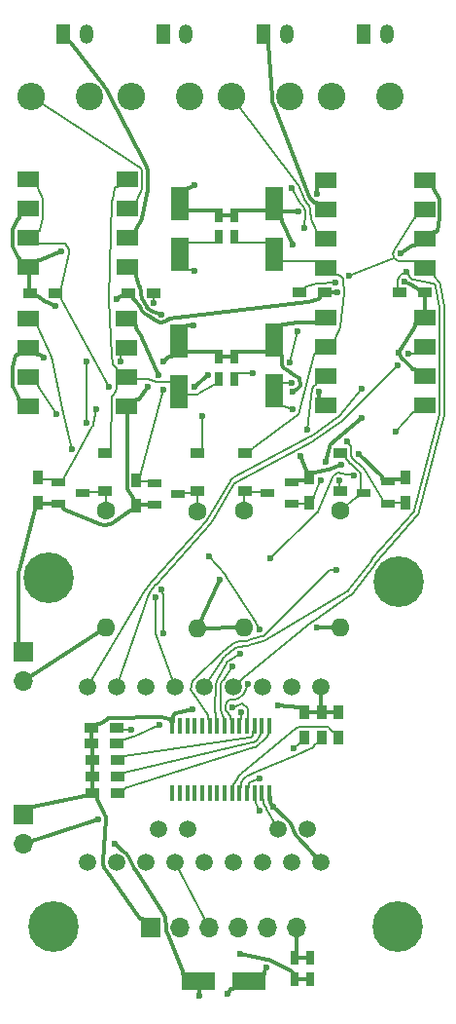
<source format=gtl>
G04 #@! TF.FileFunction,Copper,L1,Top,Signal*
%FSLAX46Y46*%
G04 Gerber Fmt 4.6, Leading zero omitted, Abs format (unit mm)*
G04 Created by KiCad (PCBNEW 4.0.7) date 06/26/18 02:25:57*
%MOMM*%
%LPD*%
G01*
G04 APERTURE LIST*
%ADD10C,0.150000*%
%ADD11R,3.000000X1.600000*%
%ADD12R,0.750000X1.200000*%
%ADD13R,1.600000X3.000000*%
%ADD14R,1.200000X0.900000*%
%ADD15C,2.400000*%
%ADD16O,2.400000X2.400000*%
%ADD17C,1.500000*%
%ADD18R,0.450000X1.475000*%
%ADD19R,1.700000X1.700000*%
%ADD20O,1.700000X1.700000*%
%ADD21R,1.200000X1.700000*%
%ADD22O,1.200000X1.700000*%
%ADD23R,1.900000X1.450000*%
%ADD24C,1.600000*%
%ADD25O,1.600000X1.600000*%
%ADD26R,1.200000X0.650000*%
%ADD27R,0.900000X1.200000*%
%ADD28C,4.400000*%
%ADD29C,0.600000*%
%ADD30C,0.300000*%
%ADD31C,0.200000*%
G04 APERTURE END LIST*
D10*
D11*
X141773000Y-156489000D03*
X137373000Y-156489000D03*
D12*
X145771000Y-154396000D03*
X145771000Y-156296000D03*
X147066000Y-154396000D03*
X147066000Y-156296000D03*
D13*
X135687000Y-105197000D03*
X135687000Y-100797000D03*
D12*
X139167000Y-104099000D03*
X139167000Y-102199000D03*
D13*
X135738000Y-93284400D03*
X135738000Y-88884400D03*
X143967000Y-93259000D03*
X143967000Y-88859000D03*
D12*
X140487000Y-91805800D03*
X140487000Y-89905800D03*
D13*
X143967000Y-105121000D03*
X143967000Y-100721000D03*
D12*
X140513000Y-104099000D03*
X140513000Y-102199000D03*
D14*
X129261000Y-110542000D03*
X129261000Y-113842000D03*
X137236000Y-110567000D03*
X137236000Y-113867000D03*
X141402000Y-110542000D03*
X141402000Y-113842000D03*
X149733000Y-113842000D03*
X149733000Y-110542000D03*
D15*
X127864000Y-79603600D03*
D16*
X122784000Y-79603600D03*
D15*
X136601000Y-79603600D03*
D16*
X131521000Y-79603600D03*
D15*
X145339000Y-79578200D03*
D16*
X140259000Y-79578200D03*
D15*
X154076000Y-79552800D03*
D16*
X148996000Y-79552800D03*
D17*
X127686000Y-130886000D03*
X130226000Y-130886000D03*
X132766000Y-130886000D03*
X135306000Y-130886000D03*
X137846000Y-130886000D03*
X140386000Y-130886000D03*
X142926000Y-130886000D03*
X145466000Y-130886000D03*
X148006000Y-130886000D03*
X148006000Y-146126000D03*
X145466000Y-146126000D03*
X142926000Y-146126000D03*
X140386000Y-146126000D03*
X137846000Y-146126000D03*
X135306000Y-146126000D03*
X132766000Y-146126000D03*
X130226000Y-146126000D03*
X127686000Y-146126000D03*
X133906000Y-143226000D03*
X136446000Y-143226000D03*
X144336000Y-143226000D03*
X146876000Y-143226000D03*
D18*
X143544000Y-134247000D03*
X142894000Y-134247000D03*
X142244000Y-134247000D03*
X141594000Y-134247000D03*
X140944000Y-134247000D03*
X140294000Y-134247000D03*
X139644000Y-134247000D03*
X138994000Y-134247000D03*
X138344000Y-134247000D03*
X137694000Y-134247000D03*
X137044000Y-134247000D03*
X136394000Y-134247000D03*
X135744000Y-134247000D03*
X135094000Y-134247000D03*
X135094000Y-140123000D03*
X135744000Y-140123000D03*
X136394000Y-140123000D03*
X137044000Y-140123000D03*
X137694000Y-140123000D03*
X138344000Y-140123000D03*
X138994000Y-140123000D03*
X139644000Y-140123000D03*
X140294000Y-140123000D03*
X140944000Y-140123000D03*
X141594000Y-140123000D03*
X142244000Y-140123000D03*
X142894000Y-140123000D03*
X143544000Y-140123000D03*
D19*
X133223000Y-151765000D03*
D20*
X135763000Y-151765000D03*
X138303000Y-151765000D03*
X140843000Y-151765000D03*
X143383000Y-151765000D03*
X145923000Y-151765000D03*
D19*
X122098000Y-127864000D03*
D20*
X122098000Y-130404000D03*
D19*
X122098000Y-141961000D03*
D20*
X122098000Y-144501000D03*
D21*
X125578000Y-74168000D03*
D22*
X127578000Y-74168000D03*
D21*
X134290000Y-74142600D03*
D22*
X136290000Y-74142600D03*
D21*
X143027000Y-74117200D03*
D22*
X145027000Y-74117200D03*
D21*
X151765000Y-74117200D03*
D22*
X153765000Y-74117200D03*
D23*
X122548000Y-86791800D03*
X122548000Y-89331800D03*
X122548000Y-91871800D03*
X122548000Y-94411800D03*
X131148000Y-94411800D03*
X131148000Y-91871800D03*
X131148000Y-89331800D03*
X131148000Y-86791800D03*
X122522000Y-98882000D03*
X122522000Y-101422000D03*
X122522000Y-103962000D03*
X122522000Y-106502000D03*
X131122000Y-106502000D03*
X131122000Y-103962000D03*
X131122000Y-101422000D03*
X131122000Y-98882000D03*
X157056000Y-94462600D03*
X157056000Y-91922600D03*
X157056000Y-89382600D03*
X157056000Y-86842600D03*
X148456000Y-86842600D03*
X148456000Y-89382600D03*
X148456000Y-91922600D03*
X148456000Y-94462600D03*
X157056000Y-106375000D03*
X157056000Y-103835000D03*
X157056000Y-101295000D03*
X157056000Y-98755000D03*
X148456000Y-98755000D03*
X148456000Y-101295000D03*
X148456000Y-103835000D03*
X148456000Y-106375000D03*
D24*
X129286000Y-115595000D03*
D25*
X129286000Y-125755000D03*
D24*
X137236000Y-115621000D03*
D25*
X137236000Y-125781000D03*
D24*
X141351000Y-115595000D03*
D25*
X141351000Y-125755000D03*
D24*
X149733000Y-115595000D03*
D25*
X149733000Y-125755000D03*
D26*
X125163000Y-113061000D03*
X125163000Y-114981000D03*
X127263000Y-114021000D03*
X133519000Y-113162000D03*
X133519000Y-115082000D03*
X135619000Y-114122000D03*
X145500000Y-114981000D03*
X145500000Y-113061000D03*
X143400000Y-114021000D03*
X153831000Y-114955000D03*
X153831000Y-113035000D03*
X151731000Y-113995000D03*
D27*
X146609000Y-133114000D03*
X146609000Y-135314000D03*
X148082000Y-133114000D03*
X148082000Y-135314000D03*
X149555000Y-133114000D03*
X149555000Y-135314000D03*
D14*
X130310000Y-140081000D03*
X128110000Y-140081000D03*
X130310000Y-138659000D03*
X128110000Y-138659000D03*
X130310000Y-137236000D03*
X128110000Y-137236000D03*
X130284000Y-135788000D03*
X128084000Y-135788000D03*
X130284000Y-134417000D03*
X128084000Y-134417000D03*
X124900000Y-96647000D03*
X122700000Y-96647000D03*
D27*
X123419000Y-114867000D03*
X123419000Y-112667000D03*
D14*
X133459000Y-96647000D03*
X131259000Y-96647000D03*
D27*
X131978000Y-115095000D03*
X131978000Y-112895000D03*
D14*
X146195000Y-96596200D03*
X148395000Y-96596200D03*
D27*
X147041000Y-112717000D03*
X147041000Y-114917000D03*
D14*
X154881000Y-96596200D03*
X157081000Y-96596200D03*
D27*
X155397000Y-112667000D03*
X155397000Y-114867000D03*
D12*
X139116000Y-91805800D03*
X139116000Y-89905800D03*
D28*
X124739000Y-151714000D03*
X154737000Y-151714000D03*
X124282000Y-121361000D03*
X154762000Y-121717000D03*
D29*
X147887700Y-105189400D03*
X137027100Y-104839400D03*
X138183200Y-103786300D03*
X133915200Y-103778200D03*
X139230300Y-121534600D03*
X147695100Y-125694600D03*
X143269300Y-155228900D03*
X139881900Y-157531500D03*
X136978300Y-87250900D03*
X136971000Y-99507000D03*
X149803100Y-111534800D03*
X151319300Y-110680400D03*
X146269700Y-110813400D03*
X134163400Y-98502400D03*
X146052700Y-89600000D03*
X147679700Y-88027700D03*
X145602100Y-92424800D03*
X145602600Y-105264500D03*
X132978400Y-104788700D03*
X134278800Y-102624400D03*
X130054700Y-144484300D03*
X137478100Y-157754300D03*
X143903900Y-141300900D03*
X128634800Y-142362600D03*
X125435900Y-93026800D03*
X124911900Y-97794100D03*
X123914000Y-102300000D03*
X130205400Y-97174200D03*
X149457300Y-96572500D03*
X154966600Y-93240600D03*
X155329900Y-95645700D03*
X154807100Y-101862200D03*
X148471600Y-111324800D03*
X151606200Y-107541100D03*
X136859200Y-132820600D03*
X144336400Y-132450100D03*
X141021900Y-154082300D03*
X136995400Y-94734400D03*
X137668700Y-107337800D03*
X145497100Y-104431000D03*
X145567500Y-106729500D03*
X149657000Y-112930400D03*
X142119100Y-103654900D03*
X145522000Y-87553700D03*
X146571900Y-91038300D03*
X146025800Y-99939300D03*
X145341700Y-102705600D03*
X151561700Y-104999600D03*
X154699100Y-102913000D03*
X155645900Y-101908800D03*
X134297000Y-126257500D03*
X134175900Y-122401800D03*
X127603600Y-107907200D03*
X127599200Y-102586600D03*
X133648500Y-123072600D03*
X125003300Y-107186000D03*
X155467400Y-94800600D03*
X149335500Y-95727100D03*
X150474200Y-95118100D03*
X133433400Y-97555500D03*
X142684700Y-125885400D03*
X138302100Y-119500300D03*
X129604800Y-104842200D03*
X142656300Y-141597300D03*
X140350400Y-132634600D03*
X133985100Y-134209800D03*
X141068900Y-133048900D03*
X131515800Y-134599000D03*
X141658300Y-130645000D03*
X140347700Y-129122000D03*
X140984400Y-128011300D03*
X149352000Y-120700800D03*
X142683200Y-138845600D03*
X145657300Y-136211000D03*
X126311200Y-110251100D03*
X130553200Y-102600200D03*
X128501800Y-106790800D03*
X134346900Y-105034500D03*
X154512700Y-108668900D03*
X150877100Y-112542900D03*
X143607200Y-119732400D03*
X146810500Y-108558900D03*
X148031100Y-112892100D03*
X150315400Y-109521400D03*
D30*
X140423000Y-157139000D02*
X141773000Y-156489000D01*
X140273000Y-157139000D02*
X140423000Y-157139000D01*
X140178100Y-157168000D02*
X140156700Y-157194200D01*
X140239200Y-157139000D02*
X140178100Y-157168000D01*
X140273000Y-157139000D02*
X140239200Y-157139000D01*
X139881900Y-157531500D02*
X140156700Y-157194200D01*
X143123000Y-155839000D02*
X141773000Y-156489000D01*
X143123000Y-155689000D02*
X143123000Y-155839000D01*
X143123000Y-155676800D02*
X143123000Y-155689000D01*
X143126900Y-155652800D02*
X143123000Y-155676800D01*
X143130800Y-155641200D02*
X143126900Y-155652800D01*
X143269300Y-155228900D02*
X143130800Y-155641200D01*
X147695100Y-125694600D02*
X149733000Y-125755000D01*
X137236000Y-125781000D02*
X141351000Y-125755000D01*
X122098000Y-130404000D02*
X129286000Y-125755000D01*
X139230300Y-121534600D02*
X137236000Y-125781000D01*
X132426500Y-100534300D02*
X133915200Y-103778200D01*
X132415100Y-100511200D02*
X132410800Y-100503700D01*
X132422900Y-100526500D02*
X132415100Y-100511200D01*
X132426500Y-100534300D02*
X132422900Y-100526500D01*
X131941700Y-99681300D02*
X132410800Y-100503700D01*
X131932000Y-99664300D02*
X131941700Y-99681300D01*
X131922000Y-99626500D02*
X131932000Y-99664300D01*
X131922000Y-99607000D02*
X131922000Y-99626500D01*
X131922000Y-99457000D02*
X131922000Y-99607000D01*
X131122000Y-98882000D02*
X131922000Y-99457000D01*
X138183200Y-103786300D02*
X137027100Y-104839400D01*
X147887700Y-105650000D02*
X147887700Y-105189400D01*
X147887700Y-105800000D02*
X147887700Y-105650000D01*
X148456000Y-106375000D02*
X147887700Y-105800000D01*
X140262000Y-89905800D02*
X140487000Y-89905800D01*
X140112000Y-89905800D02*
X140262000Y-89905800D01*
X139491000Y-89905800D02*
X140112000Y-89905800D01*
X139341000Y-89905800D02*
X139491000Y-89905800D01*
X139116000Y-89905800D02*
X139341000Y-89905800D01*
X140738000Y-101749000D02*
X140513000Y-102199000D01*
X140888000Y-101749000D02*
X140738000Y-101749000D01*
X143167000Y-101749000D02*
X140888000Y-101749000D01*
X143317000Y-101749000D02*
X143167000Y-101749000D01*
X143967000Y-100721000D02*
X143317000Y-101749000D01*
X133216000Y-98163900D02*
X134163400Y-98502400D01*
X133090800Y-98119200D02*
X133216000Y-98163900D01*
X132896100Y-97938200D02*
X133090800Y-98119200D01*
X132842400Y-97816600D02*
X132896100Y-97938200D01*
X132842500Y-97816600D02*
X132842400Y-97816600D01*
X132800100Y-97732300D02*
X132783200Y-97705800D01*
X132829800Y-97787800D02*
X132800100Y-97732300D01*
X132842500Y-97816600D02*
X132829800Y-97787800D01*
X132529600Y-97306000D02*
X132783200Y-97705800D01*
X132511400Y-97277500D02*
X132529600Y-97306000D01*
X132485600Y-97214900D02*
X132511400Y-97277500D01*
X132478200Y-97181900D02*
X132485600Y-97214900D01*
X132239800Y-96112100D02*
X132478200Y-97181900D01*
X132234200Y-96089700D02*
X132231900Y-96082300D01*
X132238100Y-96104600D02*
X132234200Y-96089700D01*
X132239800Y-96112100D02*
X132238100Y-96104600D01*
X131954600Y-95180900D02*
X132231900Y-96082300D01*
X131951300Y-95170200D02*
X131954600Y-95180900D01*
X131948000Y-95148000D02*
X131951300Y-95170200D01*
X131948000Y-95136800D02*
X131948000Y-95148000D01*
X131948000Y-94986800D02*
X131948000Y-95136800D01*
X131148000Y-94411800D02*
X131948000Y-94986800D01*
X137478100Y-157139000D02*
X137373000Y-156489000D01*
X137478100Y-157289000D02*
X137478100Y-157139000D01*
X137478100Y-157754300D02*
X137478100Y-157289000D01*
X132278000Y-115088500D02*
X131978000Y-115095000D01*
X132428000Y-115088500D02*
X132278000Y-115088500D01*
X132919000Y-115088500D02*
X132428000Y-115088500D01*
X133069000Y-115088500D02*
X132919000Y-115088500D01*
X133519000Y-115082000D02*
X133069000Y-115088500D01*
X125613000Y-115156000D02*
X125163000Y-114981000D01*
X125613000Y-115306000D02*
X125613000Y-115156000D01*
X125664600Y-115428200D02*
X125707300Y-115445300D01*
X125613000Y-115352000D02*
X125664600Y-115428200D01*
X125613000Y-115306000D02*
X125613000Y-115352000D01*
X128844000Y-116700000D02*
X125707300Y-115445300D01*
X129708200Y-116746500D02*
X129953400Y-116580300D01*
X129119100Y-116810000D02*
X129708200Y-116746500D01*
X128844000Y-116700000D02*
X129119100Y-116810000D01*
X131443900Y-115570800D02*
X129953400Y-116580300D01*
X131462500Y-115558200D02*
X131443900Y-115570800D01*
X131505500Y-115545000D02*
X131462500Y-115558200D01*
X131528000Y-115545000D02*
X131505500Y-115545000D01*
X131678000Y-115545000D02*
X131528000Y-115545000D01*
X131978000Y-115095000D02*
X131678000Y-115545000D01*
X136023000Y-155839000D02*
X137373000Y-156489000D01*
X136023000Y-155689000D02*
X136023000Y-155839000D01*
X136017300Y-155645600D02*
X136011700Y-155632000D01*
X136023000Y-155674300D02*
X136017300Y-155645600D01*
X136023000Y-155689000D02*
X136023000Y-155674300D01*
X134616000Y-152236500D02*
X136011700Y-155632000D01*
X134577800Y-152143400D02*
X134616000Y-152236500D01*
X134532200Y-151947300D02*
X134577800Y-152143400D01*
X134525600Y-151846900D02*
X134532200Y-151947300D01*
X134462200Y-150889200D02*
X134525600Y-151846900D01*
X134426900Y-150743500D02*
X134399400Y-150701300D01*
X134458900Y-150839000D02*
X134426900Y-150743500D01*
X134462200Y-150889200D02*
X134458900Y-150839000D01*
X131812200Y-146750600D02*
X134399400Y-150701300D01*
X131792900Y-146721100D02*
X131812200Y-146750600D01*
X131758000Y-146659900D02*
X131792900Y-146721100D01*
X131742500Y-146628300D02*
X131758000Y-146659900D01*
X131249500Y-145623700D02*
X131742500Y-146628300D01*
X131053700Y-145333200D02*
X130964300Y-145257200D01*
X131197800Y-145518400D02*
X131053700Y-145333200D01*
X131249500Y-145623700D02*
X131197800Y-145518400D01*
X130054700Y-144484300D02*
X130964300Y-145257200D01*
X134788900Y-102183500D02*
X134278800Y-102624400D01*
X134809400Y-102165800D02*
X134788900Y-102183500D01*
X134860000Y-102147000D02*
X134809400Y-102165800D01*
X134887000Y-102147000D02*
X134860000Y-102147000D01*
X135037000Y-102147000D02*
X134887000Y-102147000D01*
X135687000Y-100797000D02*
X135037000Y-102147000D01*
X131922000Y-105927000D02*
X131122000Y-106502000D01*
X132072000Y-105927000D02*
X131922000Y-105927000D01*
X132172000Y-105894400D02*
X132193200Y-105865400D01*
X132107900Y-105927000D02*
X132172000Y-105894400D01*
X132072000Y-105927000D02*
X132107900Y-105927000D01*
X132978400Y-104788700D02*
X132193200Y-105865400D01*
X144617000Y-102071000D02*
X143967000Y-100721000D01*
X144617000Y-102221000D02*
X144617000Y-102071000D01*
X144617000Y-102221000D02*
X144617400Y-102231300D01*
X144653200Y-102752900D02*
X144617400Y-102231300D01*
X144835100Y-103202700D02*
X144975600Y-103290600D01*
X144664600Y-102918300D02*
X144835100Y-103202700D01*
X144653200Y-102752900D02*
X144664600Y-102918300D01*
X145863200Y-103846000D02*
X144975600Y-103290600D01*
X146154800Y-104028500D02*
X145863200Y-103846000D01*
X146214400Y-104713800D02*
X146154800Y-104028500D01*
X145958800Y-104943900D02*
X146214400Y-104713800D01*
X145602600Y-105264500D02*
X145958800Y-104943900D01*
X131678000Y-114645000D02*
X131978000Y-115095000D01*
X131678000Y-114495000D02*
X131678000Y-114645000D01*
X131665900Y-114432100D02*
X131654200Y-114414000D01*
X131678000Y-114473500D02*
X131665900Y-114432100D01*
X131678000Y-114495000D02*
X131678000Y-114473500D01*
X131199700Y-113705700D02*
X131654200Y-114414000D01*
X131169400Y-113658600D02*
X131199700Y-113705700D01*
X131137900Y-113551000D02*
X131169400Y-113658600D01*
X131137900Y-113495000D02*
X131137900Y-113551000D01*
X131137900Y-107227000D02*
X131137900Y-113495000D01*
X131137900Y-107077000D02*
X131137900Y-107227000D01*
X131122000Y-106502000D02*
X131137900Y-107077000D01*
X123719000Y-114924000D02*
X123419000Y-114867000D01*
X123869000Y-114924000D02*
X123719000Y-114924000D01*
X124563000Y-114924000D02*
X123869000Y-114924000D01*
X124713000Y-114924000D02*
X124563000Y-114924000D01*
X125163000Y-114981000D02*
X124713000Y-114924000D01*
X121691900Y-127164000D02*
X122098000Y-127864000D01*
X121691900Y-127014000D02*
X121691900Y-127164000D01*
X121691900Y-121361000D02*
X121691900Y-127014000D01*
X121691900Y-121197700D02*
X121691900Y-121361000D01*
X121732900Y-120873800D02*
X121691900Y-121197700D01*
X121773600Y-120715700D02*
X121732900Y-120873800D01*
X123114300Y-115504400D02*
X121773600Y-120715700D01*
X123119000Y-115476500D02*
X123119000Y-115467000D01*
X123116700Y-115495200D02*
X123119000Y-115476500D01*
X123114300Y-115504400D02*
X123116700Y-115495200D01*
X123119000Y-115317000D02*
X123119000Y-115467000D01*
X123419000Y-114867000D02*
X123119000Y-115317000D01*
X136337000Y-101749000D02*
X135687000Y-100797000D01*
X136487000Y-101749000D02*
X136337000Y-101749000D01*
X138792000Y-101749000D02*
X136487000Y-101749000D01*
X138942000Y-101749000D02*
X138792000Y-101749000D01*
X139167000Y-102199000D02*
X138942000Y-101749000D01*
X147341000Y-112267000D02*
X147041000Y-112717000D01*
X147491000Y-112267000D02*
X147341000Y-112267000D01*
X147517600Y-112264900D02*
X147526200Y-112262800D01*
X147499900Y-112267000D02*
X147517600Y-112264900D01*
X147491000Y-112267000D02*
X147499900Y-112267000D01*
X148633500Y-111995600D02*
X147526200Y-112262800D01*
X148705100Y-111974600D02*
X148728200Y-111965400D01*
X148657700Y-111989800D02*
X148705100Y-111974600D01*
X148633500Y-111995600D02*
X148657700Y-111989800D01*
X149803100Y-111534800D02*
X148728200Y-111965400D01*
X138891000Y-89455800D02*
X139116000Y-89905800D01*
X138741000Y-89455800D02*
X138891000Y-89455800D01*
X136538000Y-89455800D02*
X138741000Y-89455800D01*
X136388000Y-89455800D02*
X136538000Y-89455800D01*
X135738000Y-88884400D02*
X136388000Y-89455800D01*
X136337000Y-99507000D02*
X135687000Y-100797000D01*
X136487000Y-99507000D02*
X136337000Y-99507000D01*
X136971000Y-99507000D02*
X136487000Y-99507000D01*
X136388000Y-87534400D02*
X135738000Y-88884400D01*
X136538000Y-87534400D02*
X136388000Y-87534400D01*
X136606700Y-87519800D02*
X136625900Y-87505900D01*
X136561700Y-87534400D02*
X136606700Y-87519800D01*
X136538000Y-87534400D02*
X136561700Y-87534400D01*
X136978300Y-87250900D02*
X136625900Y-87505900D01*
X144617000Y-99371000D02*
X143967000Y-100721000D01*
X144767000Y-99371000D02*
X144617000Y-99371000D01*
X144778200Y-99370600D02*
X144781900Y-99370300D01*
X144770700Y-99371000D02*
X144778200Y-99370600D01*
X144767000Y-99371000D02*
X144770700Y-99371000D01*
X145957100Y-99252600D02*
X144781900Y-99370300D01*
X145974200Y-99250900D02*
X145957100Y-99252600D01*
X146008600Y-99249200D02*
X145974200Y-99250900D01*
X146025800Y-99249200D02*
X146008600Y-99249200D01*
X147506000Y-99249200D02*
X146025800Y-99249200D01*
X147656000Y-99249200D02*
X147506000Y-99249200D01*
X148456000Y-98755000D02*
X147656000Y-99249200D01*
X139392000Y-102199000D02*
X139167000Y-102199000D01*
X139542000Y-102199000D02*
X139392000Y-102199000D01*
X140138000Y-102199000D02*
X139542000Y-102199000D01*
X140288000Y-102199000D02*
X140138000Y-102199000D01*
X140513000Y-102199000D02*
X140288000Y-102199000D01*
X144632000Y-90424500D02*
X145602100Y-92424800D01*
X144624600Y-90409200D02*
X144632000Y-90424500D01*
X144617000Y-90376000D02*
X144624600Y-90409200D01*
X144617000Y-90359000D02*
X144617000Y-90376000D01*
X144617000Y-90209000D02*
X144617000Y-90359000D01*
X143967000Y-88859000D02*
X144617000Y-90209000D01*
X153334500Y-112601400D02*
X151319300Y-110680400D01*
X153356800Y-112622600D02*
X153334500Y-112601400D01*
X153381000Y-112679200D02*
X153356800Y-112622600D01*
X153381000Y-112710000D02*
X153381000Y-112679200D01*
X153381000Y-112860000D02*
X153381000Y-112710000D01*
X153831000Y-113035000D02*
X153381000Y-112860000D01*
X147679700Y-87567600D02*
X147679700Y-88027700D01*
X147679700Y-87417600D02*
X147679700Y-87567600D01*
X148456000Y-86842600D02*
X147679700Y-87417600D01*
X144617000Y-89600000D02*
X143967000Y-88859000D01*
X144767000Y-89600000D02*
X144617000Y-89600000D01*
X146052700Y-89600000D02*
X144767000Y-89600000D01*
X154281000Y-112860000D02*
X153831000Y-113035000D01*
X154431000Y-112860000D02*
X154281000Y-112860000D01*
X154947000Y-112860000D02*
X154431000Y-112860000D01*
X155097000Y-112860000D02*
X154947000Y-112860000D01*
X155397000Y-112667000D02*
X155097000Y-112860000D01*
X146731700Y-112065100D02*
X146269700Y-110813400D01*
X146736300Y-112077600D02*
X146731700Y-112065100D01*
X146741000Y-112103700D02*
X146736300Y-112077600D01*
X146741000Y-112117000D02*
X146741000Y-112103700D01*
X146741000Y-112267000D02*
X146741000Y-112117000D01*
X147041000Y-112717000D02*
X146741000Y-112267000D01*
X146741000Y-112889000D02*
X147041000Y-112717000D01*
X146591000Y-112889000D02*
X146741000Y-112889000D01*
X146100000Y-112889000D02*
X146591000Y-112889000D01*
X145950000Y-112889000D02*
X146100000Y-112889000D01*
X145500000Y-113061000D02*
X145950000Y-112889000D01*
X143317000Y-89455800D02*
X143967000Y-88859000D01*
X143167000Y-89455800D02*
X143317000Y-89455800D01*
X140862000Y-89455800D02*
X143167000Y-89455800D01*
X140712000Y-89455800D02*
X140862000Y-89455800D01*
X140487000Y-89905800D02*
X140712000Y-89455800D01*
X145996000Y-154396000D02*
X145771000Y-154396000D01*
X146146000Y-154396000D02*
X145996000Y-154396000D01*
X146691000Y-154396000D02*
X146146000Y-154396000D01*
X146841000Y-154396000D02*
X146691000Y-154396000D01*
X147066000Y-154396000D02*
X146841000Y-154396000D01*
X143647700Y-140948700D02*
X143903900Y-141300900D01*
X143633700Y-140929500D02*
X143647700Y-140948700D01*
X143619000Y-140884300D02*
X143633700Y-140929500D01*
X143619000Y-140860500D02*
X143619000Y-140884300D01*
X143619000Y-140710500D02*
X143619000Y-140860500D01*
X143544000Y-140123000D02*
X143619000Y-140710500D01*
X145923000Y-153946000D02*
X145771000Y-154396000D01*
X145923000Y-153796000D02*
X145923000Y-153946000D01*
X145923000Y-151765000D02*
X145923000Y-153796000D01*
X146039200Y-144000300D02*
X148006000Y-146126000D01*
X145982900Y-143939500D02*
X146039200Y-144000300D01*
X145889000Y-143802700D02*
X145982900Y-143939500D01*
X145852500Y-143728300D02*
X145889000Y-143802700D01*
X145359500Y-142723700D02*
X145852500Y-143728300D01*
X145180400Y-142452300D02*
X145099600Y-142379400D01*
X145311600Y-142626000D02*
X145180400Y-142452300D01*
X145359500Y-142723700D02*
X145311600Y-142626000D01*
X143903900Y-141300900D02*
X145099600Y-142379400D01*
X122098000Y-144501000D02*
X128634800Y-142362600D01*
X147945000Y-96896200D02*
X148395000Y-96596200D01*
X147945000Y-97046200D02*
X147945000Y-96896200D01*
X147945000Y-97097900D02*
X147945000Y-97046200D01*
X147881200Y-97179400D02*
X147945000Y-97097900D01*
X147831000Y-97191800D02*
X147881200Y-97179400D01*
X146888700Y-97424900D02*
X147831000Y-97191800D01*
X146877300Y-97427700D02*
X146888700Y-97424900D01*
X146854300Y-97432000D02*
X146877300Y-97427700D01*
X146842700Y-97433400D02*
X146854300Y-97432000D01*
X134839600Y-98912500D02*
X146842700Y-97433400D01*
X134670600Y-98970100D02*
X134626100Y-99010500D01*
X134779900Y-98919900D02*
X134670600Y-98970100D01*
X134839600Y-98912500D02*
X134779900Y-98919900D01*
X134626300Y-99010700D02*
X134626100Y-99010500D01*
X134460300Y-99161800D02*
X134626300Y-99010700D01*
X134014000Y-99210000D02*
X134460300Y-99161800D01*
X133819600Y-99097700D02*
X134014000Y-99210000D01*
X132862100Y-98544700D02*
X133819600Y-99097700D01*
X132704700Y-98453900D02*
X132862100Y-98544700D01*
X132461900Y-98183400D02*
X132704700Y-98453900D01*
X132388500Y-98017200D02*
X132461900Y-98183400D01*
X132388600Y-98017100D02*
X132388500Y-98017200D01*
X132356200Y-97958200D02*
X132342200Y-97940700D01*
X132379500Y-97996600D02*
X132356200Y-97958200D01*
X132388600Y-98017100D02*
X132379500Y-97996600D01*
X131741900Y-97190700D02*
X132342200Y-97940700D01*
X131725900Y-97170800D02*
X131741900Y-97190700D01*
X131709000Y-97122500D02*
X131725900Y-97170800D01*
X131709000Y-97097000D02*
X131709000Y-97122500D01*
X131709000Y-96947000D02*
X131709000Y-97097000D01*
X131259000Y-96647000D02*
X131709000Y-96947000D01*
X148006000Y-132664000D02*
X148082000Y-133114000D01*
X148006000Y-132514000D02*
X148006000Y-132664000D01*
X148006000Y-130886000D02*
X148006000Y-132514000D01*
X128534000Y-134117000D02*
X128084000Y-134417000D01*
X128684000Y-134117000D02*
X128534000Y-134117000D01*
X128746900Y-134104900D02*
X128765000Y-134093200D01*
X128705500Y-134117000D02*
X128746900Y-134104900D01*
X128684000Y-134117000D02*
X128705500Y-134117000D01*
X129473300Y-133638700D02*
X128765000Y-134093200D01*
X129519300Y-133609100D02*
X129473300Y-133638700D01*
X129624100Y-133577600D02*
X129519300Y-133609100D01*
X129678800Y-133576900D02*
X129624100Y-133577600D01*
X133975900Y-133519800D02*
X129678800Y-133576900D01*
X134007600Y-133519300D02*
X133975900Y-133519800D01*
X134070900Y-133524300D02*
X134007600Y-133519300D01*
X134102200Y-133529700D02*
X134070900Y-133524300D01*
X134843600Y-133657300D02*
X134102200Y-133529700D01*
X134862600Y-133659500D02*
X134869000Y-133659500D01*
X134849900Y-133658400D02*
X134862600Y-133659500D01*
X134843600Y-133657300D02*
X134849900Y-133658400D01*
X135019000Y-133659500D02*
X134869000Y-133659500D01*
X135094000Y-134247000D02*
X135019000Y-133659500D01*
X128084000Y-135488000D02*
X128084000Y-135788000D01*
X128084000Y-135338000D02*
X128084000Y-135488000D01*
X128084000Y-134867000D02*
X128084000Y-135338000D01*
X128084000Y-134717000D02*
X128084000Y-134867000D01*
X128084000Y-134417000D02*
X128084000Y-134717000D01*
X135169000Y-133659500D02*
X135094000Y-134247000D01*
X135169000Y-133509500D02*
X135169000Y-133659500D01*
X135169000Y-133388600D02*
X135169000Y-133509500D01*
X135318300Y-133198400D02*
X135169000Y-133388600D01*
X135435700Y-133169600D02*
X135318300Y-133198400D01*
X136859200Y-132820600D02*
X135435700Y-133169600D01*
X130809000Y-96947000D02*
X131259000Y-96647000D01*
X130659000Y-96947000D02*
X130809000Y-96947000D01*
X130603600Y-96956300D02*
X130587000Y-96965400D01*
X130640100Y-96947000D02*
X130603600Y-96956300D01*
X130659000Y-96947000D02*
X130640100Y-96947000D01*
X130205400Y-97174200D02*
X130587000Y-96965400D01*
X127660000Y-140381000D02*
X128110000Y-140081000D01*
X127510000Y-140381000D02*
X127660000Y-140381000D01*
X127488500Y-140382400D02*
X127481400Y-140383700D01*
X127502800Y-140381000D02*
X127488500Y-140382400D01*
X127510000Y-140381000D02*
X127502800Y-140381000D01*
X122976600Y-141258300D02*
X127481400Y-140383700D01*
X122969500Y-141259600D02*
X122976600Y-141258300D01*
X122955200Y-141261000D02*
X122969500Y-141259600D01*
X122948000Y-141261000D02*
X122955200Y-141261000D01*
X122798000Y-141261000D02*
X122948000Y-141261000D01*
X122098000Y-141961000D02*
X122798000Y-141261000D01*
X148751500Y-110010700D02*
X148471600Y-111324800D01*
X148765200Y-109946200D02*
X148751500Y-110010700D01*
X148833600Y-109833300D02*
X148765200Y-109946200D01*
X148884400Y-109791300D02*
X148833600Y-109833300D01*
X151606200Y-107541100D02*
X148884400Y-109791300D01*
X146909000Y-133114000D02*
X146609000Y-133114000D01*
X147059000Y-133114000D02*
X146909000Y-133114000D01*
X147632000Y-133114000D02*
X147059000Y-133114000D01*
X147782000Y-133114000D02*
X147632000Y-133114000D01*
X148082000Y-133114000D02*
X147782000Y-133114000D01*
X148382000Y-133114000D02*
X148082000Y-133114000D01*
X148532000Y-133114000D02*
X148382000Y-133114000D01*
X149105000Y-133114000D02*
X148532000Y-133114000D01*
X149255000Y-133114000D02*
X149105000Y-133114000D01*
X149555000Y-133114000D02*
X149255000Y-133114000D01*
X155058100Y-102270300D02*
X154807100Y-101862200D01*
X155139400Y-102379700D02*
X155172500Y-102410900D01*
X155081900Y-102309100D02*
X155139400Y-102379700D01*
X155058100Y-102270300D02*
X155081900Y-102309100D01*
X155180400Y-102418500D02*
X155172500Y-102410900D01*
X156001400Y-103217500D02*
X155180400Y-102418500D01*
X156076700Y-103260000D02*
X156106000Y-103260000D01*
X156022400Y-103237900D02*
X156076700Y-103260000D01*
X156001400Y-103217500D02*
X156022400Y-103237900D01*
X156256000Y-103260000D02*
X156106000Y-103260000D01*
X157056000Y-103835000D02*
X156256000Y-103260000D01*
X156256000Y-99330000D02*
X157056000Y-98755000D01*
X156256000Y-99480000D02*
X156256000Y-99330000D01*
X156256000Y-99500900D02*
X156256000Y-99480000D01*
X156244500Y-99541200D02*
X156256000Y-99500900D01*
X156233500Y-99559000D02*
X156244500Y-99541200D01*
X154807100Y-101862200D02*
X156233500Y-99559000D01*
X145546000Y-155846000D02*
X145771000Y-156296000D01*
X145546000Y-155696000D02*
X145546000Y-155846000D01*
X145501500Y-155581200D02*
X145463500Y-155562100D01*
X145546000Y-155653500D02*
X145501500Y-155581200D01*
X145546000Y-155696000D02*
X145546000Y-155653500D01*
X143579900Y-154612700D02*
X145463500Y-155562100D01*
X143448900Y-154561000D02*
X143402800Y-154551800D01*
X143537900Y-154591500D02*
X143448900Y-154561000D01*
X143579900Y-154612700D02*
X143537900Y-154591500D01*
X141021900Y-154082300D02*
X143402800Y-154551800D01*
X124142200Y-97453800D02*
X124911900Y-97794100D01*
X124128500Y-97447700D02*
X124142200Y-97453800D01*
X124102000Y-97433400D02*
X124128500Y-97447700D01*
X124089300Y-97425300D02*
X124102000Y-97433400D01*
X123381000Y-96970800D02*
X124089300Y-97425300D01*
X123321500Y-96947000D02*
X123300000Y-96947000D01*
X123362900Y-96959200D02*
X123321500Y-96947000D01*
X123381000Y-96970800D02*
X123362900Y-96959200D01*
X123150000Y-96947000D02*
X123300000Y-96947000D01*
X122700000Y-96647000D02*
X123150000Y-96947000D01*
X128097000Y-136936000D02*
X128110000Y-137236000D01*
X128097000Y-136786000D02*
X128097000Y-136936000D01*
X128097000Y-136238000D02*
X128097000Y-136786000D01*
X128097000Y-136088000D02*
X128097000Y-136238000D01*
X128084000Y-135788000D02*
X128097000Y-136088000D01*
X157856000Y-91347600D02*
X157056000Y-91922600D01*
X158006000Y-91347600D02*
X157856000Y-91347600D01*
X158140800Y-91281900D02*
X158152300Y-91230600D01*
X158058600Y-91347600D02*
X158140800Y-91281900D01*
X158006000Y-91347600D02*
X158058600Y-91347600D01*
X158386500Y-90193500D02*
X158152300Y-91230600D01*
X158396100Y-90129300D02*
X158396100Y-90107600D01*
X158391300Y-90172400D02*
X158396100Y-90129300D01*
X158386500Y-90193500D02*
X158391300Y-90172400D01*
X158396100Y-88657600D02*
X158396100Y-90107600D01*
X158370000Y-88508400D02*
X158344800Y-88464300D01*
X158396100Y-88606800D02*
X158370000Y-88508400D01*
X158396100Y-88657600D02*
X158396100Y-88606800D01*
X157875700Y-87641900D02*
X158344800Y-88464300D01*
X157866000Y-87624900D02*
X157875700Y-87641900D01*
X157856000Y-87587100D02*
X157866000Y-87624900D01*
X157856000Y-87567600D02*
X157856000Y-87587100D01*
X157856000Y-87417600D02*
X157856000Y-87567600D01*
X157056000Y-86842600D02*
X157856000Y-87417600D01*
X146141400Y-132663000D02*
X144336400Y-132450100D01*
X146154600Y-132664000D02*
X146159000Y-132664000D01*
X146145800Y-132663500D02*
X146154600Y-132664000D01*
X146141400Y-132663000D02*
X146145800Y-132663500D01*
X146309000Y-132664000D02*
X146159000Y-132664000D01*
X146609000Y-133114000D02*
X146309000Y-132664000D01*
X128110000Y-138359000D02*
X128110000Y-138659000D01*
X128110000Y-138209000D02*
X128110000Y-138359000D01*
X128110000Y-137686000D02*
X128110000Y-138209000D01*
X128110000Y-137536000D02*
X128110000Y-137686000D01*
X128110000Y-137236000D02*
X128110000Y-137536000D01*
X123563900Y-102028500D02*
X123914000Y-102300000D01*
X123497000Y-101997000D02*
X123472000Y-101997000D01*
X123544200Y-102013200D02*
X123497000Y-101997000D01*
X123563900Y-102028500D02*
X123544200Y-102013200D01*
X123322000Y-101997000D02*
X123472000Y-101997000D01*
X122522000Y-101422000D02*
X123322000Y-101997000D01*
X145996000Y-156296000D02*
X145771000Y-156296000D01*
X146146000Y-156296000D02*
X145996000Y-156296000D01*
X146691000Y-156296000D02*
X146146000Y-156296000D01*
X146841000Y-156296000D02*
X146691000Y-156296000D01*
X147066000Y-156296000D02*
X146841000Y-156296000D01*
X157068500Y-98180000D02*
X157056000Y-98755000D01*
X157068500Y-98030000D02*
X157068500Y-98180000D01*
X157068500Y-97046200D02*
X157068500Y-98030000D01*
X157068500Y-96896200D02*
X157068500Y-97046200D01*
X157081000Y-96596200D02*
X157068500Y-96896200D01*
X156021700Y-92523500D02*
X154966600Y-93240600D01*
X156040400Y-92510900D02*
X156021700Y-92523500D01*
X156083500Y-92497600D02*
X156040400Y-92510900D01*
X156106000Y-92497600D02*
X156083500Y-92497600D01*
X156256000Y-92497600D02*
X156106000Y-92497600D01*
X157056000Y-91922600D02*
X156256000Y-92497600D01*
X122624000Y-96347000D02*
X122700000Y-96647000D01*
X122624000Y-96197000D02*
X122624000Y-96347000D01*
X122624000Y-95136800D02*
X122624000Y-96197000D01*
X122624000Y-94986800D02*
X122624000Y-95136800D01*
X122548000Y-94411800D02*
X122624000Y-94986800D01*
X156631000Y-96296200D02*
X157081000Y-96596200D01*
X156481000Y-96296200D02*
X156631000Y-96296200D01*
X156460600Y-96296200D02*
X156481000Y-96296200D01*
X156421400Y-96285400D02*
X156460600Y-96296200D01*
X156403900Y-96274900D02*
X156421400Y-96285400D01*
X155705300Y-95856400D02*
X156403900Y-96274900D01*
X155680200Y-95840700D02*
X155705300Y-95856400D01*
X155680200Y-95840600D02*
X155680200Y-95840700D01*
X155663400Y-95830200D02*
X155657600Y-95827000D01*
X155674700Y-95837000D02*
X155663400Y-95830200D01*
X155680200Y-95840600D02*
X155674700Y-95837000D01*
X155329900Y-95645700D02*
X155657600Y-95827000D01*
X121722000Y-101997000D02*
X122522000Y-101422000D01*
X121572000Y-101997000D02*
X121722000Y-101997000D01*
X121437200Y-102062700D02*
X121425700Y-102114000D01*
X121519400Y-101997000D02*
X121437200Y-102062700D01*
X121572000Y-101997000D02*
X121519400Y-101997000D01*
X121191500Y-103151100D02*
X121425700Y-102114000D01*
X121181900Y-103215300D02*
X121181900Y-103237000D01*
X121186700Y-103172200D02*
X121181900Y-103215300D01*
X121191500Y-103151100D02*
X121186700Y-103172200D01*
X121181900Y-104687000D02*
X121181900Y-103237000D01*
X121208000Y-104836200D02*
X121233200Y-104880300D01*
X121181900Y-104737800D02*
X121208000Y-104836200D01*
X121181900Y-104687000D02*
X121181900Y-104737800D01*
X121702300Y-105702700D02*
X121233200Y-104880300D01*
X121712000Y-105719700D02*
X121702300Y-105702700D01*
X121722000Y-105757500D02*
X121712000Y-105719700D01*
X121722000Y-105777000D02*
X121722000Y-105757500D01*
X121722000Y-105927000D02*
X121722000Y-105777000D01*
X122522000Y-106502000D02*
X121722000Y-105927000D01*
X121748000Y-93836800D02*
X122548000Y-94411800D01*
X121748000Y-93686800D02*
X121748000Y-93836800D01*
X121738000Y-93629500D02*
X121728300Y-93612500D01*
X121748000Y-93667300D02*
X121738000Y-93629500D01*
X121748000Y-93686800D02*
X121748000Y-93667300D01*
X121259200Y-92790100D02*
X121728300Y-93612500D01*
X121234000Y-92746000D02*
X121259200Y-92790100D01*
X121207900Y-92647600D02*
X121234000Y-92746000D01*
X121207900Y-92596800D02*
X121207900Y-92647600D01*
X121207900Y-91146800D02*
X121207900Y-92596800D01*
X121207900Y-91096000D02*
X121207900Y-91146800D01*
X121234000Y-90997700D02*
X121207900Y-91096000D01*
X121259200Y-90953500D02*
X121234000Y-90997700D01*
X121728300Y-90131100D02*
X121259200Y-90953500D01*
X121748000Y-90076300D02*
X121748000Y-90056800D01*
X121738000Y-90114100D02*
X121748000Y-90076300D01*
X121728300Y-90131100D02*
X121738000Y-90114100D01*
X121748000Y-89906800D02*
X121748000Y-90056800D01*
X122548000Y-89331800D02*
X121748000Y-89906800D01*
X132523000Y-151065000D02*
X133223000Y-151765000D01*
X132373000Y-151065000D02*
X132523000Y-151065000D01*
X132336300Y-151065000D02*
X132373000Y-151065000D01*
X132271300Y-151031100D02*
X132336300Y-151065000D01*
X132250200Y-151001100D02*
X132271300Y-151031100D01*
X129292300Y-146780300D02*
X132250200Y-151001100D01*
X129180800Y-146621000D02*
X129292300Y-146780300D01*
X129075800Y-146246600D02*
X129180800Y-146621000D01*
X129088300Y-146052600D02*
X129075800Y-146246600D01*
X129323500Y-142407000D02*
X129088300Y-146052600D01*
X129297200Y-142150300D02*
X129260600Y-142071800D01*
X129329100Y-142320600D02*
X129297200Y-142150300D01*
X129323500Y-142407000D02*
X129329100Y-142320600D01*
X128574000Y-140594200D02*
X129260600Y-142071800D01*
X128567100Y-140579400D02*
X128574000Y-140594200D01*
X128560000Y-140547400D02*
X128567100Y-140579400D01*
X128560000Y-140531000D02*
X128560000Y-140547400D01*
X128560000Y-140381000D02*
X128560000Y-140531000D01*
X128110000Y-140081000D02*
X128560000Y-140381000D01*
X123348000Y-93836800D02*
X122548000Y-94411800D01*
X123498000Y-93836800D02*
X123348000Y-93836800D01*
X123542700Y-93830800D02*
X123556600Y-93824900D01*
X123513100Y-93836800D02*
X123542700Y-93830800D01*
X123498000Y-93836800D02*
X123513100Y-93836800D01*
X125435900Y-93026800D02*
X123556600Y-93824900D01*
X148995000Y-96572500D02*
X149457300Y-96572500D01*
X148845000Y-96572500D02*
X148995000Y-96572500D01*
X148395000Y-96596200D02*
X148845000Y-96572500D01*
X128110000Y-139781000D02*
X128110000Y-140081000D01*
X128110000Y-139631000D02*
X128110000Y-139781000D01*
X128110000Y-139109000D02*
X128110000Y-139631000D01*
X128110000Y-138959000D02*
X128110000Y-139109000D01*
X128110000Y-138659000D02*
X128110000Y-138959000D01*
D31*
X136387000Y-105479500D02*
X135687000Y-105197000D01*
X136487000Y-105479500D02*
X136387000Y-105479500D01*
X137027100Y-105479500D02*
X136487000Y-105479500D01*
X137268200Y-105438000D02*
X137339900Y-105397800D01*
X137109300Y-105479500D02*
X137268200Y-105438000D01*
X137027100Y-105479500D02*
X137109300Y-105479500D01*
X138743100Y-104611800D02*
X137339900Y-105397800D01*
X138754300Y-104605500D02*
X138743100Y-104611800D01*
X138779200Y-104599000D02*
X138754300Y-104605500D01*
X138792000Y-104599000D02*
X138779200Y-104599000D01*
X138892000Y-104599000D02*
X138792000Y-104599000D01*
X139167000Y-104099000D02*
X138892000Y-104599000D01*
X134987000Y-104394400D02*
X135687000Y-105197000D01*
X134887000Y-104394400D02*
X134987000Y-104394400D01*
X134346900Y-104394400D02*
X134887000Y-104394400D01*
X134346900Y-104394400D02*
X134308000Y-104395600D01*
X133954100Y-104417100D02*
X134308000Y-104395600D01*
X133885200Y-104421300D02*
X133954100Y-104417100D01*
X133748900Y-104400200D02*
X133885200Y-104421300D01*
X133684500Y-104375300D02*
X133748900Y-104400200D01*
X133209100Y-104191600D02*
X133684500Y-104375300D01*
X133037600Y-104148600D02*
X132978400Y-104148600D01*
X133153900Y-104170300D02*
X133037600Y-104148600D01*
X133209100Y-104191600D02*
X133153900Y-104170300D01*
X132072000Y-104148600D02*
X132978400Y-104148600D01*
X131972000Y-104148600D02*
X132072000Y-104148600D01*
X131122000Y-103962000D02*
X131972000Y-104148600D01*
X130272000Y-104587000D02*
X131122000Y-103962000D01*
X130272000Y-104687000D02*
X130272000Y-104587000D01*
X130272000Y-104690500D02*
X130272000Y-104687000D01*
X130271500Y-104697400D02*
X130272000Y-104690500D01*
X130271000Y-104700900D02*
X130271500Y-104697400D01*
X130238700Y-104931200D02*
X130271000Y-104700900D01*
X130229200Y-104999100D02*
X130238700Y-104931200D01*
X130181800Y-105127700D02*
X130229200Y-104999100D01*
X130145000Y-105185600D02*
X130181800Y-105127700D01*
X129885000Y-105594500D02*
X130145000Y-105185600D01*
X129832700Y-105724400D02*
X129831900Y-105771400D01*
X129859800Y-105634200D02*
X129832700Y-105724400D01*
X129885000Y-105594500D02*
X129859800Y-105634200D01*
X129761000Y-110090400D02*
X129831900Y-105771400D01*
X129761000Y-110092000D02*
X129761000Y-110090400D01*
X129761000Y-110192000D02*
X129761000Y-110092000D01*
X129261000Y-110542000D02*
X129761000Y-110192000D01*
X130272000Y-103337000D02*
X131122000Y-103962000D01*
X130272000Y-103237000D02*
X130272000Y-103337000D01*
X130249600Y-103169300D02*
X130229600Y-103155300D01*
X130272000Y-103212600D02*
X130249600Y-103169300D01*
X130272000Y-103237000D02*
X130272000Y-103212600D01*
X130184300Y-103123300D02*
X130229600Y-103155300D01*
X130079800Y-103049600D02*
X130184300Y-103123300D01*
X129943500Y-102833300D02*
X130079800Y-103049600D01*
X129922100Y-102707300D02*
X129943500Y-102833300D01*
X129836700Y-102203900D02*
X129922100Y-102707300D01*
X129835100Y-102194300D02*
X129836700Y-102203900D01*
X129832900Y-102174900D02*
X129835100Y-102194300D01*
X129832400Y-102165200D02*
X129832900Y-102174900D01*
X129566200Y-97208500D02*
X129832400Y-102165200D01*
X129565500Y-97194500D02*
X129566200Y-97208500D01*
X129565200Y-97166300D02*
X129565500Y-97194500D01*
X129565700Y-97152300D02*
X129565200Y-97166300D01*
X129858100Y-88595200D02*
X129565700Y-97152300D01*
X129858700Y-88579200D02*
X129858100Y-88595200D01*
X129862800Y-88547500D02*
X129858700Y-88579200D01*
X129866300Y-88531900D02*
X129862800Y-88547500D01*
X130100500Y-87494800D02*
X129866300Y-88531900D01*
X130108200Y-87460600D02*
X130100500Y-87494800D01*
X130162900Y-87416800D02*
X130108200Y-87460600D01*
X130198000Y-87416800D02*
X130162900Y-87416800D01*
X130298000Y-87416800D02*
X130198000Y-87416800D01*
X131148000Y-86791800D02*
X130298000Y-87416800D01*
X136538000Y-94684400D02*
X136995400Y-94734400D01*
X136438000Y-94684400D02*
X136538000Y-94684400D01*
X135738000Y-93284400D02*
X136438000Y-94684400D01*
X136438000Y-92305800D02*
X135738000Y-93284400D01*
X136538000Y-92305800D02*
X136438000Y-92305800D01*
X138741000Y-92305800D02*
X136538000Y-92305800D01*
X138841000Y-92305800D02*
X138741000Y-92305800D01*
X139116000Y-91805800D02*
X138841000Y-92305800D01*
X137668700Y-110117000D02*
X137668700Y-107337800D01*
X137668700Y-110217000D02*
X137668700Y-110117000D01*
X137236000Y-110567000D02*
X137668700Y-110217000D01*
X143267000Y-92305800D02*
X143967000Y-93259000D01*
X143167000Y-92305800D02*
X143267000Y-92305800D01*
X140862000Y-92305800D02*
X143167000Y-92305800D01*
X140762000Y-92305800D02*
X140862000Y-92305800D01*
X140487000Y-91805800D02*
X140762000Y-92305800D01*
X144667000Y-93860800D02*
X143967000Y-93259000D01*
X144767000Y-93860800D02*
X144667000Y-93860800D01*
X147506000Y-93860800D02*
X144767000Y-93860800D01*
X147606000Y-93860800D02*
X147506000Y-93860800D01*
X148456000Y-94462600D02*
X147606000Y-93860800D01*
X149306000Y-95087600D02*
X148456000Y-94462600D01*
X149406000Y-95087600D02*
X149306000Y-95087600D01*
X149412300Y-95087600D02*
X149406000Y-95087600D01*
X149424700Y-95089100D02*
X149412300Y-95087600D01*
X149430800Y-95090700D02*
X149424700Y-95089100D01*
X149494500Y-95107100D02*
X149430800Y-95090700D01*
X149682400Y-95155200D02*
X149494500Y-95107100D01*
X149941400Y-95443900D02*
X149682400Y-95155200D01*
X149969100Y-95635800D02*
X149941400Y-95443900D01*
X150090900Y-96481200D02*
X149969100Y-95635800D01*
X150096900Y-96523100D02*
X150090900Y-96481200D01*
X150097800Y-96607800D02*
X150096900Y-96523100D01*
X150092700Y-96649800D02*
X150097800Y-96607800D01*
X149743600Y-99521000D02*
X150092700Y-96649800D01*
X149740500Y-99545900D02*
X149743600Y-99521000D01*
X149727200Y-99594300D02*
X149740500Y-99545900D01*
X149717100Y-99617300D02*
X149727200Y-99594300D01*
X149314500Y-100529600D02*
X149717100Y-99617300D01*
X149306000Y-100559600D02*
X149306000Y-100570000D01*
X149310300Y-100539100D02*
X149306000Y-100559600D01*
X149314500Y-100529600D02*
X149310300Y-100539100D01*
X149306000Y-100670000D02*
X149306000Y-100570000D01*
X148456000Y-101295000D02*
X149306000Y-100670000D01*
X147606000Y-101920000D02*
X148456000Y-101295000D01*
X147506000Y-101920000D02*
X147606000Y-101920000D01*
X147417300Y-101962400D02*
X147409000Y-101995800D01*
X147471600Y-101920000D02*
X147417300Y-101962400D01*
X147506000Y-101920000D02*
X147471600Y-101920000D01*
X146188500Y-106884500D02*
X147409000Y-101995800D01*
X146161900Y-106991200D02*
X146188500Y-106884500D01*
X146040500Y-107174500D02*
X146161900Y-106991200D01*
X145952700Y-107240700D02*
X146040500Y-107174500D01*
X142062200Y-110171900D02*
X145952700Y-107240700D01*
X142049200Y-110181700D02*
X142062200Y-110171900D01*
X142018300Y-110192000D02*
X142049200Y-110181700D01*
X142002000Y-110192000D02*
X142018300Y-110192000D01*
X141902000Y-110192000D02*
X142002000Y-110192000D01*
X141402000Y-110542000D02*
X141902000Y-110192000D01*
X145341700Y-102705600D02*
X146025800Y-99939300D01*
X146282700Y-88848500D02*
X145522000Y-87553700D01*
X146414400Y-89042800D02*
X146466300Y-89101500D01*
X146322400Y-88916000D02*
X146414400Y-89042800D01*
X146282700Y-88848500D02*
X146322400Y-88916000D01*
X146532100Y-89175800D02*
X146466300Y-89101500D01*
X146619200Y-89274200D02*
X146532100Y-89175800D01*
X146701700Y-89523700D02*
X146619200Y-89274200D01*
X146690500Y-89654600D02*
X146701700Y-89523700D01*
X146571900Y-91038300D02*
X146690500Y-89654600D01*
X144767000Y-104431000D02*
X145497100Y-104431000D01*
X144667000Y-104431000D02*
X144767000Y-104431000D01*
X143967000Y-105121000D02*
X144667000Y-104431000D01*
X140888000Y-103654900D02*
X142119100Y-103654900D01*
X140788000Y-103654900D02*
X140888000Y-103654900D01*
X140513000Y-104099000D02*
X140788000Y-103654900D01*
X149657000Y-113392000D02*
X149657000Y-112930400D01*
X149657000Y-113492000D02*
X149657000Y-113392000D01*
X149733000Y-113842000D02*
X149657000Y-113492000D01*
X144667000Y-106521000D02*
X143967000Y-105121000D01*
X144767000Y-106521000D02*
X144667000Y-106521000D01*
X144773500Y-106521000D02*
X144767000Y-106521000D01*
X144786300Y-106522600D02*
X144773500Y-106521000D01*
X144792600Y-106524300D02*
X144786300Y-106522600D01*
X145567500Y-106729500D02*
X144792600Y-106524300D01*
X128761000Y-113931500D02*
X129261000Y-113842000D01*
X128661000Y-113931500D02*
X128761000Y-113931500D01*
X127863000Y-113931500D02*
X128661000Y-113931500D01*
X127763000Y-113931500D02*
X127863000Y-113931500D01*
X127263000Y-114021000D02*
X127763000Y-113931500D01*
X129286000Y-114192000D02*
X129261000Y-113842000D01*
X129286000Y-114292000D02*
X129286000Y-114192000D01*
X129286000Y-115595000D02*
X129286000Y-114292000D01*
X136736000Y-113994500D02*
X137236000Y-113867000D01*
X136636000Y-113994500D02*
X136736000Y-113994500D01*
X136219000Y-113994500D02*
X136636000Y-113994500D01*
X136119000Y-113994500D02*
X136219000Y-113994500D01*
X135619000Y-114122000D02*
X136119000Y-113994500D01*
X137236000Y-114217000D02*
X137236000Y-113867000D01*
X137236000Y-114317000D02*
X137236000Y-114217000D01*
X137236000Y-115621000D02*
X137236000Y-114317000D01*
X141902000Y-113931500D02*
X141402000Y-113842000D01*
X142002000Y-113931500D02*
X141902000Y-113931500D01*
X142800000Y-113931500D02*
X142002000Y-113931500D01*
X142900000Y-113931500D02*
X142800000Y-113931500D01*
X143400000Y-114021000D02*
X142900000Y-113931500D01*
X141351000Y-114192000D02*
X141402000Y-113842000D01*
X141351000Y-114292000D02*
X141351000Y-114192000D01*
X141351000Y-115595000D02*
X141351000Y-114292000D01*
X150233000Y-110892000D02*
X149733000Y-110542000D01*
X150233000Y-110992000D02*
X150233000Y-110892000D01*
X150242900Y-111038200D02*
X150252300Y-111051000D01*
X150233000Y-111007900D02*
X150242900Y-111038200D01*
X150233000Y-110992000D02*
X150233000Y-111007900D01*
X150447100Y-111317700D02*
X150252300Y-111051000D01*
X150581200Y-111472100D02*
X150634100Y-111515400D01*
X150487400Y-111372900D02*
X150581200Y-111472100D01*
X150447100Y-111317700D02*
X150487400Y-111372900D01*
X151283200Y-112048100D02*
X150634100Y-111515400D01*
X151394300Y-112139300D02*
X151283200Y-112048100D01*
X151517200Y-112399200D02*
X151394300Y-112139300D01*
X151517200Y-112542900D02*
X151517200Y-112399200D01*
X151517200Y-113670000D02*
X151517200Y-112542900D01*
X151517200Y-113770000D02*
X151517200Y-113670000D01*
X151731000Y-113995000D02*
X151517200Y-113770000D01*
X151231000Y-114220000D02*
X151731000Y-113995000D01*
X151231000Y-114320000D02*
X151231000Y-114220000D01*
X151231000Y-114342500D02*
X151231000Y-114320000D01*
X151211800Y-114383100D02*
X151231000Y-114342500D01*
X151194400Y-114397300D02*
X151211800Y-114383100D01*
X149733000Y-115595000D02*
X151194400Y-114397300D01*
X132283400Y-85781700D02*
X122784000Y-79603600D01*
X132355800Y-85828700D02*
X132283400Y-85781700D01*
X132438100Y-85980500D02*
X132355800Y-85828700D01*
X132438100Y-86066800D02*
X132438100Y-85980500D01*
X132438100Y-87516800D02*
X132438100Y-86066800D01*
X132438100Y-87552300D02*
X132438100Y-87516800D01*
X132423400Y-87621700D02*
X132438100Y-87552300D01*
X132409100Y-87654100D02*
X132423400Y-87621700D01*
X132006500Y-88566400D02*
X132409100Y-87654100D01*
X131998000Y-88596400D02*
X131998000Y-88606800D01*
X132002300Y-88575900D02*
X131998000Y-88596400D01*
X132006500Y-88566400D02*
X132002300Y-88575900D01*
X131998000Y-88706800D02*
X131998000Y-88606800D01*
X131148000Y-89331800D02*
X131998000Y-88706800D01*
X146031400Y-87166100D02*
X140259000Y-79578200D01*
X146057100Y-87199800D02*
X146031400Y-87166100D01*
X146099000Y-87273400D02*
X146057100Y-87199800D01*
X146115000Y-87312600D02*
X146099000Y-87273400D01*
X146586400Y-88472200D02*
X146115000Y-87312600D01*
X146729600Y-88734900D02*
X146795900Y-88809800D01*
X146624100Y-88564900D02*
X146729600Y-88734900D01*
X146586400Y-88472200D02*
X146624100Y-88564900D01*
X146861600Y-88884100D02*
X146795900Y-88809800D01*
X146981700Y-89019700D02*
X146861600Y-88884100D01*
X147120200Y-89354500D02*
X146981700Y-89019700D01*
X147131000Y-89535300D02*
X147120200Y-89354500D01*
X147166500Y-90128000D02*
X147131000Y-89535300D01*
X147182600Y-90217200D02*
X147194900Y-90244900D01*
X147168300Y-90158300D02*
X147182600Y-90217200D01*
X147166500Y-90128000D02*
X147168300Y-90158300D01*
X147597500Y-91157200D02*
X147194900Y-90244900D01*
X147601700Y-91166800D02*
X147597500Y-91157200D01*
X147606000Y-91187200D02*
X147601700Y-91166800D01*
X147606000Y-91197600D02*
X147606000Y-91187200D01*
X147606000Y-91297600D02*
X147606000Y-91197600D01*
X148456000Y-91922600D02*
X147606000Y-91297600D01*
X132723000Y-122515600D02*
X127686000Y-130886000D01*
X132740300Y-122486800D02*
X132723000Y-122515600D01*
X132778500Y-122431400D02*
X132740300Y-122486800D01*
X132799300Y-122405000D02*
X132778500Y-122431400D01*
X133326700Y-121734200D02*
X132799300Y-122405000D01*
X133368800Y-121683900D02*
X133326700Y-121734200D01*
X138087900Y-116378700D02*
X133368800Y-121683900D01*
X138187500Y-116251400D02*
X138215100Y-116205100D01*
X138123700Y-116338400D02*
X138187500Y-116251400D01*
X138087900Y-116378700D02*
X138123700Y-116338400D01*
X140132000Y-112992300D02*
X138215100Y-116205100D01*
X140186300Y-112901100D02*
X140132000Y-112992300D01*
X140339800Y-112754500D02*
X140186300Y-112901100D01*
X140433300Y-112704400D02*
X140339800Y-112754500D01*
X147113000Y-109123000D02*
X140433300Y-112704400D01*
X147162900Y-109093600D02*
X147178800Y-109082500D01*
X147130000Y-109113900D02*
X147162900Y-109093600D01*
X147113000Y-109123000D02*
X147130000Y-109113900D01*
X149601700Y-107378200D02*
X147178800Y-109082500D01*
X149654700Y-107333200D02*
X149669300Y-107315200D01*
X149620700Y-107364800D02*
X149654700Y-107333200D01*
X149601700Y-107378200D02*
X149620700Y-107364800D01*
X151561700Y-104999600D02*
X149669300Y-107315200D01*
X156106000Y-101908800D02*
X155645900Y-101908800D01*
X156206000Y-101908800D02*
X156106000Y-101908800D01*
X157056000Y-101295000D02*
X156206000Y-101908800D01*
X133044600Y-122860500D02*
X130226000Y-130886000D01*
X133062000Y-122810800D02*
X133044600Y-122860500D01*
X133112700Y-122718400D02*
X133062000Y-122810800D01*
X133145300Y-122677000D02*
X133112700Y-122718400D01*
X133672700Y-122006200D02*
X133145300Y-122677000D01*
X133697600Y-121976400D02*
X133672700Y-122006200D01*
X138416700Y-116671200D02*
X133697600Y-121976400D01*
X138554700Y-116494800D02*
X138593000Y-116430600D01*
X138466400Y-116615400D02*
X138554700Y-116494800D01*
X138416700Y-116671200D02*
X138466400Y-116615400D01*
X140509900Y-113217700D02*
X138593000Y-116430600D01*
X140533700Y-113178000D02*
X140509900Y-113217700D01*
X140600500Y-113114200D02*
X140533700Y-113178000D01*
X140641300Y-113092300D02*
X140600500Y-113114200D01*
X147320900Y-109510900D02*
X140641300Y-113092300D01*
X147405300Y-109461200D02*
X147432000Y-109442400D01*
X147349700Y-109495500D02*
X147405300Y-109461200D01*
X147320900Y-109510900D02*
X147349700Y-109495500D01*
X149854900Y-107738100D02*
X147432000Y-109442400D01*
X149933800Y-107675600D02*
X149957500Y-107651800D01*
X149882400Y-107718800D02*
X149933800Y-107675600D01*
X149854900Y-107738100D02*
X149882400Y-107718800D01*
X154699100Y-102913000D02*
X149957500Y-107651800D01*
X127599200Y-102586600D02*
X127603600Y-107907200D01*
X134288600Y-123070900D02*
X134297000Y-126257500D01*
X134283200Y-122985000D02*
X134278000Y-122956700D01*
X134288500Y-123042200D02*
X134283200Y-122985000D01*
X134288600Y-123070900D02*
X134288500Y-123042200D01*
X134175900Y-122401800D02*
X134278000Y-122956700D01*
X123388600Y-104742100D02*
X125003300Y-107186000D01*
X123380500Y-104729900D02*
X123388600Y-104742100D01*
X123372000Y-104701700D02*
X123380500Y-104729900D01*
X123372000Y-104687000D02*
X123372000Y-104701700D01*
X123372000Y-104587000D02*
X123372000Y-104687000D01*
X122522000Y-103962000D02*
X123372000Y-104587000D01*
X133695700Y-126477100D02*
X135306000Y-130886000D01*
X133676600Y-126424700D02*
X133695700Y-126477100D01*
X133657000Y-126314900D02*
X133676600Y-126424700D01*
X133656900Y-126259200D02*
X133657000Y-126314900D01*
X133648500Y-123072600D02*
X133656900Y-126259200D01*
X139453700Y-128515700D02*
X137846000Y-130886000D01*
X139495500Y-128454000D02*
X139453700Y-128515700D01*
X139595300Y-128343400D02*
X139495500Y-128454000D01*
X139652300Y-128295400D02*
X139595300Y-128343400D01*
X140572300Y-127521500D02*
X139652300Y-128295400D01*
X140648900Y-127457100D02*
X140572300Y-127521500D01*
X140834000Y-127381100D02*
X140648900Y-127457100D01*
X140933800Y-127373200D02*
X140834000Y-127381100D01*
X141475800Y-127330300D02*
X140933800Y-127373200D01*
X141717000Y-127294400D02*
X141795100Y-127271500D01*
X141556900Y-127323900D02*
X141717000Y-127294400D01*
X141475800Y-127330300D02*
X141556900Y-127323900D01*
X142988300Y-126922100D02*
X141795100Y-127271500D01*
X143178600Y-126848500D02*
X143237100Y-126813600D01*
X143053700Y-126903000D02*
X143178600Y-126848500D01*
X142988300Y-126922100D02*
X143053700Y-126903000D01*
X150331900Y-122591300D02*
X143237100Y-126813600D01*
X150409300Y-122530500D02*
X150429200Y-122504200D01*
X150360200Y-122574500D02*
X150409300Y-122530500D01*
X150331900Y-122591300D02*
X150360200Y-122574500D01*
X152385400Y-119918800D02*
X150429200Y-122504200D01*
X152419200Y-119874300D02*
X152385400Y-119918800D01*
X152489900Y-119787700D02*
X152419200Y-119874300D01*
X152526900Y-119745800D02*
X152489900Y-119787700D01*
X156102100Y-115692000D02*
X152526900Y-119745800D01*
X156166300Y-115590900D02*
X156176300Y-115552000D01*
X156128700Y-115661900D02*
X156166300Y-115590900D01*
X156102100Y-115692000D02*
X156128700Y-115661900D01*
X158335300Y-107185000D02*
X156176300Y-115552000D01*
X158346100Y-107121500D02*
X158346100Y-107100000D01*
X158340700Y-107164200D02*
X158346100Y-107121500D01*
X158335300Y-107185000D02*
X158340700Y-107164200D01*
X158346100Y-98030000D02*
X158346100Y-107100000D01*
X158343600Y-97986500D02*
X158341100Y-97972200D01*
X158346100Y-98015500D02*
X158343600Y-97986500D01*
X158346100Y-98030000D02*
X158346100Y-98015500D01*
X158016100Y-96088400D02*
X158341100Y-97972200D01*
X157847000Y-95830700D02*
X157741600Y-95811600D01*
X157997900Y-95982800D02*
X157847000Y-95830700D01*
X158016100Y-96088400D02*
X157997900Y-95982800D01*
X156145400Y-95522200D02*
X157741600Y-95811600D01*
X156126400Y-95518800D02*
X156145400Y-95522200D01*
X156089400Y-95507600D02*
X156126400Y-95518800D01*
X156071700Y-95500000D02*
X156089400Y-95507600D01*
X155987300Y-95463800D02*
X156071700Y-95500000D01*
X155943700Y-95445000D02*
X155987300Y-95463800D01*
X155872300Y-95382500D02*
X155943700Y-95445000D01*
X155848000Y-95341800D02*
X155872300Y-95382500D01*
X155845400Y-95337500D02*
X155848000Y-95341800D01*
X155826800Y-95308100D02*
X155820100Y-95298600D01*
X155839400Y-95327500D02*
X155826800Y-95308100D01*
X155845400Y-95337500D02*
X155839400Y-95327500D01*
X155467400Y-94800600D02*
X155820100Y-95298600D01*
X154689800Y-96246200D02*
X154881000Y-96596200D01*
X154689800Y-96146200D02*
X154689800Y-96246200D01*
X154689800Y-95645700D02*
X154689800Y-96146200D01*
X154689800Y-95481300D02*
X154689800Y-95645700D01*
X154848200Y-95193100D02*
X154689800Y-95481300D01*
X154987100Y-95105100D02*
X154848200Y-95193100D01*
X155467400Y-94800600D02*
X154987100Y-95105100D01*
X141243900Y-130157200D02*
X140386000Y-130886000D01*
X141252400Y-130150000D02*
X141243900Y-130157200D01*
X147289200Y-125199600D02*
X141252400Y-130150000D01*
X147300200Y-125190600D02*
X147289200Y-125199600D01*
X147323000Y-125173500D02*
X147300200Y-125190600D01*
X147334800Y-125165500D02*
X147323000Y-125173500D01*
X150597200Y-122943900D02*
X147334800Y-125165500D01*
X150741800Y-122820500D02*
X150780200Y-122769800D01*
X150649700Y-122908100D02*
X150741800Y-122820500D01*
X150597200Y-122943900D02*
X150649700Y-122908100D01*
X152736400Y-120184300D02*
X150780200Y-122769800D01*
X152765100Y-120146300D02*
X152736400Y-120184300D01*
X152825400Y-120072600D02*
X152765100Y-120146300D01*
X152856900Y-120036900D02*
X152825400Y-120072600D01*
X156432100Y-115983100D02*
X152856900Y-120036900D01*
X156579400Y-115751100D02*
X156602500Y-115661900D01*
X156493100Y-115914000D02*
X156579400Y-115751100D01*
X156432100Y-115983100D02*
X156493100Y-115914000D01*
X158761500Y-107294900D02*
X156602500Y-115661900D01*
X158786200Y-107149300D02*
X158786200Y-107100000D01*
X158773800Y-107247200D02*
X158786200Y-107149300D01*
X158761500Y-107294900D02*
X158773800Y-107247200D01*
X158786200Y-98030000D02*
X158786200Y-107100000D01*
X158780500Y-97930200D02*
X158774800Y-97897400D01*
X158786200Y-97996700D02*
X158780500Y-97930200D01*
X158786200Y-98030000D02*
X158786200Y-97996700D01*
X158449800Y-96013600D02*
X158774800Y-97897400D01*
X158336300Y-95709000D02*
X158263700Y-95627400D01*
X158431200Y-95905900D02*
X158336300Y-95709000D01*
X158449800Y-96013600D02*
X158431200Y-95905900D01*
X157931300Y-95254100D02*
X158263700Y-95627400D01*
X157919100Y-95240400D02*
X157931300Y-95254100D01*
X157906000Y-95206000D02*
X157919100Y-95240400D01*
X157906000Y-95187600D02*
X157906000Y-95206000D01*
X157906000Y-95087600D02*
X157906000Y-95187600D01*
X157056000Y-94462600D02*
X157906000Y-95087600D01*
X154505700Y-93684800D02*
X154415300Y-93591000D01*
X154836200Y-93880700D02*
X154966600Y-93880700D01*
X154596200Y-93778700D02*
X154836200Y-93880700D01*
X154505700Y-93684800D02*
X154596200Y-93778700D01*
X156106000Y-93880700D02*
X154966600Y-93880700D01*
X156206000Y-93880700D02*
X156106000Y-93880700D01*
X157056000Y-94462600D02*
X156206000Y-93880700D01*
X154415300Y-93591000D02*
X150474200Y-95118100D01*
X146695000Y-96246200D02*
X146195000Y-96596200D01*
X146695000Y-96146200D02*
X146695000Y-96246200D01*
X146695000Y-96111700D02*
X146695000Y-96146200D01*
X146737500Y-96057400D02*
X146695000Y-96111700D01*
X146771000Y-96049100D02*
X146737500Y-96057400D01*
X147713300Y-95816000D02*
X146771000Y-96049100D01*
X147729100Y-95812100D02*
X147713300Y-95816000D01*
X147761400Y-95807300D02*
X147729100Y-95812100D01*
X147777700Y-95806500D02*
X147761400Y-95807300D01*
X149335500Y-95727100D02*
X147777700Y-95806500D01*
X154368700Y-93469300D02*
X154415300Y-93591000D01*
X154314100Y-93326500D02*
X154368700Y-93469300D01*
X154345700Y-93022200D02*
X154314100Y-93326500D01*
X154428600Y-92893700D02*
X154345700Y-93022200D01*
X156190000Y-90161800D02*
X154428600Y-92893700D01*
X156206000Y-90122000D02*
X156206000Y-90107600D01*
X156197800Y-90149700D02*
X156206000Y-90122000D01*
X156190000Y-90161800D02*
X156197800Y-90149700D01*
X156206000Y-90007600D02*
X156206000Y-90107600D01*
X157056000Y-89382600D02*
X156206000Y-90007600D01*
X133433400Y-97097000D02*
X133433400Y-97555500D01*
X133433400Y-96997000D02*
X133433400Y-97097000D01*
X133459000Y-96647000D02*
X133433400Y-96997000D01*
X125412200Y-97144800D02*
X129604800Y-104842200D01*
X125406200Y-97133800D02*
X125412200Y-97144800D01*
X125400000Y-97109500D02*
X125406200Y-97133800D01*
X125400000Y-97097000D02*
X125400000Y-97109500D01*
X125400000Y-96997000D02*
X125400000Y-97097000D01*
X124900000Y-96647000D02*
X125400000Y-96997000D01*
X142374700Y-125253100D02*
X142684700Y-125885400D01*
X142327700Y-125165900D02*
X142309800Y-125138100D01*
X142360200Y-125223400D02*
X142327700Y-125165900D01*
X142374700Y-125253100D02*
X142360200Y-125223400D01*
X139768600Y-121188300D02*
X142309800Y-125138100D01*
X139727600Y-121131000D02*
X139712200Y-121113300D01*
X139755900Y-121168500D02*
X139727600Y-121131000D01*
X139768600Y-121188300D02*
X139755900Y-121168500D01*
X138302100Y-119500300D02*
X139712200Y-121113300D01*
X125400000Y-96297000D02*
X124900000Y-96647000D01*
X125400000Y-96197000D02*
X125400000Y-96297000D01*
X125400000Y-96191600D02*
X125400000Y-96197000D01*
X125401100Y-96180900D02*
X125400000Y-96191600D01*
X125402300Y-96175600D02*
X125401100Y-96180900D01*
X126061200Y-93163600D02*
X125402300Y-96175600D01*
X125742400Y-92386700D02*
X125435900Y-92386700D01*
X126126700Y-92864200D02*
X125742400Y-92386700D01*
X126061200Y-93163600D02*
X126126700Y-92864200D01*
X123498000Y-92386700D02*
X125435900Y-92386700D01*
X123398000Y-92386700D02*
X123498000Y-92386700D01*
X122548000Y-91871800D02*
X123398000Y-92386700D01*
X123398000Y-91246800D02*
X122548000Y-91871800D01*
X123498000Y-91246800D02*
X123398000Y-91246800D01*
X123587800Y-91203000D02*
X123595500Y-91168800D01*
X123533100Y-91246800D02*
X123587800Y-91203000D01*
X123498000Y-91246800D02*
X123533100Y-91246800D01*
X123829700Y-90131700D02*
X123595500Y-91168800D01*
X123838100Y-90075700D02*
X123838100Y-90056800D01*
X123833900Y-90113300D02*
X123838100Y-90075700D01*
X123829700Y-90131700D02*
X123833900Y-90113300D01*
X123838100Y-88606800D02*
X123838100Y-90056800D01*
X123823500Y-88501900D02*
X123809100Y-88469500D01*
X123838100Y-88571300D02*
X123823500Y-88501900D01*
X123838100Y-88606800D02*
X123838100Y-88571300D01*
X123406500Y-87557200D02*
X123809100Y-88469500D01*
X123402300Y-87547600D02*
X123406500Y-87557200D01*
X123398000Y-87527200D02*
X123402300Y-87547600D01*
X123398000Y-87516800D02*
X123398000Y-87527200D01*
X123398000Y-87416800D02*
X123398000Y-87516800D01*
X122548000Y-86791800D02*
X123398000Y-87416800D01*
X138303000Y-151765000D02*
X135306000Y-146126000D01*
X143358600Y-141636100D02*
X144336000Y-143226000D01*
X143336800Y-141600600D02*
X143358600Y-141636100D01*
X143302700Y-141524500D02*
X143336800Y-141600600D01*
X143290700Y-141484500D02*
X143302700Y-141524500D01*
X143269500Y-141413700D02*
X143290700Y-141484500D01*
X143230700Y-141312600D02*
X143212900Y-141281200D01*
X143259100Y-141379100D02*
X143230700Y-141312600D01*
X143269500Y-141413700D02*
X143259100Y-141379100D01*
X143058100Y-141008600D02*
X143212900Y-141281200D01*
X143038900Y-140974700D02*
X143058100Y-141008600D01*
X143019000Y-140899400D02*
X143038900Y-140974700D01*
X143019000Y-140860500D02*
X143019000Y-140899400D01*
X143019000Y-140760500D02*
X143019000Y-140860500D01*
X142894000Y-140123000D02*
X143019000Y-140760500D01*
X142392900Y-140977900D02*
X142656300Y-141597300D01*
X142381100Y-140950000D02*
X142392900Y-140977900D01*
X142369000Y-140890800D02*
X142381100Y-140950000D01*
X142369000Y-140860500D02*
X142369000Y-140890800D01*
X142369000Y-140760500D02*
X142369000Y-140860500D01*
X142244000Y-140123000D02*
X142369000Y-140760500D01*
X143419000Y-134884500D02*
X143544000Y-134247000D01*
X143419000Y-134984500D02*
X143419000Y-134884500D01*
X143419000Y-135040600D02*
X143419000Y-134984500D01*
X143378400Y-135145200D02*
X143419000Y-135040600D01*
X143340600Y-135186700D02*
X143378400Y-135145200D01*
X143045400Y-135510300D02*
X143340600Y-135186700D01*
X143033900Y-135523000D02*
X143045400Y-135510300D01*
X143009900Y-135547100D02*
X143033900Y-135523000D01*
X142997300Y-135558700D02*
X143009900Y-135547100D01*
X142645200Y-135882500D02*
X142997300Y-135558700D01*
X142547000Y-135972900D02*
X142645200Y-135882500D01*
X142316200Y-136106900D02*
X142547000Y-135972900D01*
X142189000Y-136147400D02*
X142316200Y-136106900D01*
X130940300Y-139726300D02*
X142189000Y-136147400D01*
X130933000Y-139728600D02*
X130940300Y-139726300D01*
X130917700Y-139731000D02*
X130933000Y-139728600D01*
X130910000Y-139731000D02*
X130917700Y-139731000D01*
X130810000Y-139731000D02*
X130910000Y-139731000D01*
X130310000Y-140081000D02*
X130810000Y-139731000D01*
X142769000Y-134884500D02*
X142894000Y-134247000D01*
X142769000Y-134984500D02*
X142769000Y-134884500D01*
X142769000Y-135040600D02*
X142769000Y-134984500D01*
X142728400Y-135145200D02*
X142769000Y-135040600D01*
X142690600Y-135186700D02*
X142728400Y-135145200D01*
X142395400Y-135510300D02*
X142690600Y-135186700D01*
X142315400Y-135598000D02*
X142395400Y-135510300D01*
X142110600Y-135717800D02*
X142315400Y-135598000D01*
X141995000Y-135744600D02*
X142110600Y-135717800D01*
X130932600Y-138306400D02*
X141995000Y-135744600D01*
X130927000Y-138307700D02*
X130932600Y-138306400D01*
X130915700Y-138309000D02*
X130927000Y-138307700D01*
X130910000Y-138309000D02*
X130915700Y-138309000D01*
X130810000Y-138309000D02*
X130910000Y-138309000D01*
X130310000Y-138659000D02*
X130810000Y-138309000D01*
X142119000Y-134884500D02*
X142244000Y-134247000D01*
X142119000Y-134984500D02*
X142119000Y-134884500D01*
X142119000Y-135073900D02*
X142119000Y-134984500D01*
X142021200Y-135223500D02*
X142119000Y-135073900D01*
X141939300Y-135259300D02*
X142021200Y-135223500D01*
X141855400Y-135296100D02*
X141939300Y-135259300D01*
X141834300Y-135305200D02*
X141855400Y-135296100D01*
X141790200Y-135317800D02*
X141834300Y-135305200D01*
X141767500Y-135321100D02*
X141790200Y-135317800D01*
X130924300Y-136885000D02*
X141767500Y-135321100D01*
X130920700Y-136885500D02*
X130924300Y-136885000D01*
X130913600Y-136886000D02*
X130920700Y-136885500D01*
X130910000Y-136886000D02*
X130913600Y-136886000D01*
X130810000Y-136886000D02*
X130910000Y-136886000D01*
X130310000Y-137236000D02*
X130810000Y-136886000D01*
X131774000Y-135184700D02*
X133985100Y-134209800D01*
X131753400Y-135193800D02*
X131774000Y-135184700D01*
X131711000Y-135209000D02*
X131753400Y-135193800D01*
X131689300Y-135215100D02*
X131711000Y-135209000D01*
X130911100Y-135434300D02*
X131689300Y-135215100D01*
X130904500Y-135436100D02*
X130911100Y-135434300D01*
X130890900Y-135438000D02*
X130904500Y-135436100D01*
X130884000Y-135438000D02*
X130890900Y-135438000D01*
X130784000Y-135438000D02*
X130884000Y-135438000D01*
X130284000Y-135788000D02*
X130784000Y-135438000D01*
X141709000Y-133609500D02*
X141594000Y-134247000D01*
X141709000Y-133509500D02*
X141709000Y-133609500D01*
X141709000Y-133048900D02*
X141709000Y-133509500D01*
X141158100Y-132331900D02*
X140844300Y-132449500D01*
X141709000Y-132713800D02*
X141158100Y-132331900D01*
X141709000Y-133048900D02*
X141709000Y-132713800D01*
X140350400Y-132634600D02*
X140844300Y-132449500D01*
X130884000Y-134599000D02*
X131515800Y-134599000D01*
X130784000Y-134599000D02*
X130884000Y-134599000D01*
X130284000Y-134417000D02*
X130784000Y-134599000D01*
X141068900Y-133609500D02*
X140944000Y-134247000D01*
X141068900Y-133509500D02*
X141068900Y-133609500D01*
X141068900Y-133048900D02*
X141068900Y-133509500D01*
X140169000Y-133609500D02*
X140294000Y-134247000D01*
X140169000Y-133509500D02*
X140169000Y-133609500D01*
X140130100Y-133351900D02*
X140093800Y-133310800D01*
X140169000Y-133454600D02*
X140130100Y-133351900D01*
X140169000Y-133509500D02*
X140169000Y-133454600D01*
X139870800Y-133058500D02*
X140093800Y-133310800D01*
X139753000Y-132925200D02*
X139870800Y-133058500D01*
X139688700Y-132575300D02*
X139753000Y-132925200D01*
X139814100Y-132242400D02*
X139688700Y-132575300D01*
X140093300Y-132022000D02*
X139814100Y-132242400D01*
X140269800Y-131999600D02*
X140093300Y-132022000D01*
X140523300Y-131967400D02*
X140269800Y-131999600D01*
X141286400Y-131568100D02*
X141397100Y-131293300D01*
X140817200Y-131930100D02*
X141286400Y-131568100D01*
X140523300Y-131967400D02*
X140817200Y-131930100D01*
X141658300Y-130645000D02*
X141397100Y-131293300D01*
X139519000Y-133609500D02*
X139644000Y-134247000D01*
X139519000Y-133509500D02*
X139519000Y-133609500D01*
X139507400Y-133421900D02*
X139496100Y-133394600D01*
X139519000Y-133479900D02*
X139507400Y-133421900D01*
X139519000Y-133509500D02*
X139519000Y-133479900D01*
X139352500Y-133048300D02*
X139496100Y-133394600D01*
X139308600Y-132942200D02*
X139352500Y-133048300D01*
X139267200Y-132716200D02*
X139308600Y-132942200D01*
X139270700Y-132601400D02*
X139267200Y-132716200D01*
X139322000Y-130931300D02*
X139270700Y-132601400D01*
X139322000Y-130931300D02*
X139322700Y-130886000D01*
X139322700Y-130718500D02*
X139322700Y-130886000D01*
X139425800Y-130399600D02*
X139322700Y-130718500D01*
X139523800Y-130263800D02*
X139425800Y-130399600D01*
X140347700Y-129122000D02*
X139523800Y-130263800D01*
X138869000Y-133609500D02*
X138994000Y-134247000D01*
X138869000Y-133509500D02*
X138869000Y-133609500D01*
X138869000Y-133509500D02*
X138868700Y-133495500D01*
X138831800Y-132705600D02*
X138868700Y-133495500D01*
X138830100Y-132670000D02*
X138831800Y-132705600D01*
X138830100Y-132598900D02*
X138830100Y-132670000D01*
X138831800Y-132563300D02*
X138830100Y-132598900D01*
X138908100Y-130935800D02*
X138831800Y-132563300D01*
X138908100Y-130935800D02*
X138909300Y-130886000D01*
X138909300Y-130710800D02*
X138909300Y-130886000D01*
X138991300Y-130370200D02*
X138909300Y-130710800D01*
X139071000Y-130214200D02*
X138991300Y-130370200D01*
X139777700Y-128830800D02*
X139071000Y-130214200D01*
X139819600Y-128748800D02*
X139777700Y-128830800D01*
X139946300Y-128615000D02*
X139819600Y-128748800D01*
X140025900Y-128568700D02*
X139946300Y-128615000D01*
X140984400Y-128011300D02*
X140025900Y-128568700D01*
X143003700Y-126442600D02*
X148745500Y-120700800D01*
X148745500Y-120700800D02*
X149352000Y-120700800D01*
X138193400Y-133380500D02*
X138168900Y-133343600D01*
X142864600Y-126499700D02*
X142912800Y-126485600D01*
X142912800Y-126485600D02*
X143003700Y-126442600D01*
X143003700Y-126442600D02*
X143045300Y-126414300D01*
X142864600Y-126499700D02*
X141671400Y-126849100D01*
X141441000Y-126891500D02*
X141499500Y-126886900D01*
X141499500Y-126886900D02*
X141615000Y-126865600D01*
X141615000Y-126865600D02*
X141671400Y-126849100D01*
X141441000Y-126891500D02*
X140899100Y-126934500D01*
X140899100Y-126934500D02*
X140730700Y-126947800D01*
X140730700Y-126947800D02*
X140418300Y-127076000D01*
X140418300Y-127076000D02*
X140289000Y-127184700D01*
X140289000Y-127184700D02*
X139369000Y-127958600D01*
X139369000Y-127958600D02*
X139305700Y-128015000D01*
X139305700Y-128015000D02*
X137098800Y-130092200D01*
X137098800Y-130092200D02*
X136808700Y-130365300D01*
X136808700Y-130365300D02*
X136717400Y-131157000D01*
X136717400Y-131157000D02*
X136937800Y-131488900D01*
X136937800Y-131488900D02*
X138168900Y-133343600D01*
X138219000Y-133509500D02*
X138219000Y-133465200D01*
X138219000Y-133465200D02*
X138193400Y-133380500D01*
X138219000Y-133609500D02*
X138344000Y-134247000D01*
X138219000Y-133509500D02*
X138219000Y-133609500D01*
X140419000Y-139485500D02*
X140294000Y-140123000D01*
X140419000Y-139385500D02*
X140419000Y-139485500D01*
X140419000Y-139341700D02*
X140419000Y-139385500D01*
X140444000Y-139257800D02*
X140419000Y-139341700D01*
X140468000Y-139221200D02*
X140444000Y-139257800D01*
X140798100Y-138717100D02*
X140468000Y-139221200D01*
X140849600Y-138638500D02*
X140798100Y-138717100D01*
X140975400Y-138498900D02*
X140849600Y-138638500D01*
X141048200Y-138439500D02*
X140975400Y-138498900D01*
X145944200Y-134450300D02*
X141048200Y-138439500D01*
X145989700Y-134413200D02*
X145944200Y-134450300D01*
X146100300Y-134373900D02*
X145989700Y-134413200D01*
X146159000Y-134373900D02*
X146100300Y-134373900D01*
X148532000Y-134373900D02*
X146159000Y-134373900D01*
X148607700Y-134373900D02*
X148532000Y-134373900D01*
X148744700Y-134438100D02*
X148607700Y-134373900D01*
X148793200Y-134496200D02*
X148744700Y-134438100D01*
X149028200Y-134778000D02*
X148793200Y-134496200D01*
X149082700Y-134814000D02*
X149105000Y-134814000D01*
X149042400Y-134795100D02*
X149082700Y-134814000D01*
X149028200Y-134778000D02*
X149042400Y-134795100D01*
X149205000Y-134814000D02*
X149105000Y-134814000D01*
X149555000Y-135314000D02*
X149205000Y-134814000D01*
X141069000Y-139485500D02*
X140944000Y-140123000D01*
X141069000Y-139385500D02*
X141069000Y-139485500D01*
X141069000Y-139169800D02*
X141069000Y-139385500D01*
X141298300Y-138804200D02*
X141069000Y-139169800D01*
X141492500Y-138710300D02*
X141298300Y-138804200D01*
X142404600Y-138269300D02*
X141492500Y-138710300D01*
X142435800Y-138255300D02*
X142404600Y-138269300D01*
X145904700Y-136801300D02*
X142435800Y-138255300D01*
X145904700Y-136801300D02*
X145918200Y-136795500D01*
X147197600Y-136224600D02*
X145918200Y-136795500D01*
X147295300Y-136161700D02*
X147320200Y-136131800D01*
X147233200Y-136208700D02*
X147295300Y-136161700D01*
X147197600Y-136224600D02*
X147233200Y-136208700D01*
X147555200Y-135850000D02*
X147320200Y-136131800D01*
X147569400Y-135832900D02*
X147555200Y-135850000D01*
X147609700Y-135814000D02*
X147569400Y-135832900D01*
X147632000Y-135814000D02*
X147609700Y-135814000D01*
X147732000Y-135814000D02*
X147632000Y-135814000D01*
X148082000Y-135314000D02*
X147732000Y-135814000D01*
X146094100Y-135838000D02*
X145657300Y-136211000D01*
X146107600Y-135826400D02*
X146094100Y-135838000D01*
X146141100Y-135814000D02*
X146107600Y-135826400D01*
X146159000Y-135814000D02*
X146141100Y-135814000D01*
X146259000Y-135814000D02*
X146159000Y-135814000D01*
X146609000Y-135314000D02*
X146259000Y-135814000D01*
X141719000Y-139485500D02*
X141594000Y-140123000D01*
X141719000Y-139385500D02*
X141719000Y-139485500D01*
X141719000Y-139296100D02*
X141719000Y-139385500D01*
X141816800Y-139146500D02*
X141719000Y-139296100D01*
X141898700Y-139110700D02*
X141816800Y-139146500D01*
X141982600Y-139073900D02*
X141898700Y-139110700D01*
X141990400Y-139070500D02*
X141982600Y-139073900D01*
X142006300Y-139064500D02*
X141990400Y-139070500D01*
X142014400Y-139061900D02*
X142006300Y-139064500D01*
X142683200Y-138845600D02*
X142014400Y-139061900D01*
D30*
X126028000Y-74868000D02*
X125578000Y-74168000D01*
X126178000Y-74868000D02*
X126028000Y-74868000D01*
X126213100Y-74868000D02*
X126178000Y-74868000D01*
X126276000Y-74899100D02*
X126213100Y-74868000D01*
X126297300Y-74927000D02*
X126276000Y-74899100D01*
X129128400Y-78639400D02*
X126297300Y-74927000D01*
X129169500Y-78693200D02*
X129128400Y-78639400D01*
X129242100Y-78807300D02*
X129169500Y-78693200D01*
X129273400Y-78867300D02*
X129242100Y-78807300D01*
X132833800Y-85682400D02*
X129273400Y-78867300D01*
X132880300Y-85771400D02*
X132833800Y-85682400D01*
X132928200Y-85966400D02*
X132880300Y-85771400D01*
X132928200Y-86066800D02*
X132928200Y-85966400D01*
X132928200Y-87516800D02*
X132928200Y-86066800D01*
X132928100Y-87553000D02*
X132928200Y-87516800D01*
X132921900Y-87625000D02*
X132928100Y-87553000D01*
X132915600Y-87660600D02*
X132921900Y-87625000D01*
X132482200Y-90124400D02*
X132915600Y-87660600D01*
X132476300Y-90157500D02*
X132482200Y-90124400D01*
X132453500Y-90220900D02*
X132476300Y-90157500D01*
X132436800Y-90250100D02*
X132453500Y-90220900D01*
X131967700Y-91072500D02*
X132436800Y-90250100D01*
X131948000Y-91127300D02*
X131948000Y-91146800D01*
X131958000Y-91089500D02*
X131948000Y-91127300D01*
X131967700Y-91072500D02*
X131958000Y-91089500D01*
X131948000Y-91296800D02*
X131948000Y-91146800D01*
X131148000Y-91871800D02*
X131948000Y-91296800D01*
X143477000Y-74817200D02*
X143027000Y-74117200D01*
X143477000Y-74967200D02*
X143477000Y-74817200D01*
X143477300Y-74976000D02*
X143477000Y-74967200D01*
X143751600Y-79671000D02*
X143477300Y-74976000D01*
X143812600Y-80041100D02*
X143858300Y-80157800D01*
X143758900Y-79796200D02*
X143812600Y-80041100D01*
X143751600Y-79671000D02*
X143758900Y-79796200D01*
X147037100Y-88279200D02*
X143858300Y-80157800D01*
X147122600Y-88439500D02*
X147162900Y-88485000D01*
X147059200Y-88335800D02*
X147122600Y-88439500D01*
X147037100Y-88279200D02*
X147059200Y-88335800D01*
X147228700Y-88559400D02*
X147162900Y-88485000D01*
X147261700Y-88597900D02*
X147228700Y-88559400D01*
X147390500Y-88753300D02*
X147261700Y-88597900D01*
X147472500Y-88807600D02*
X147506000Y-88807600D01*
X147411900Y-88779100D02*
X147472500Y-88807600D01*
X147390500Y-88753300D02*
X147411900Y-88779100D01*
X147656000Y-88807600D02*
X147506000Y-88807600D01*
X148456000Y-89382600D02*
X147656000Y-88807600D01*
D31*
X123372000Y-99507000D02*
X122522000Y-98882000D01*
X123372000Y-99607000D02*
X123372000Y-99507000D01*
X123376800Y-99639400D02*
X123381400Y-99649400D01*
X123372000Y-99618000D02*
X123376800Y-99639400D01*
X123372000Y-99607000D02*
X123372000Y-99618000D01*
X124493900Y-102028900D02*
X123381400Y-99649400D01*
X124508700Y-102060500D02*
X124493900Y-102028900D01*
X124531200Y-102126600D02*
X124508700Y-102060500D01*
X124538800Y-102160700D02*
X124531200Y-102126600D01*
X125628100Y-107046700D02*
X124538800Y-102160700D01*
X125629300Y-107052500D02*
X125628100Y-107046700D01*
X126311200Y-110251100D02*
X125629300Y-107052500D01*
X128229000Y-108043400D02*
X128501800Y-106790800D01*
X128219100Y-108088800D02*
X128229000Y-108043400D01*
X128186500Y-108175700D02*
X128219100Y-108088800D01*
X128164100Y-108216300D02*
X128186500Y-108175700D01*
X126871700Y-110560200D02*
X128164100Y-108216300D01*
X126869100Y-110564800D02*
X126871700Y-110560200D01*
X125675800Y-112687000D02*
X126869100Y-110564800D01*
X125663000Y-112723100D02*
X125663000Y-112736000D01*
X125669500Y-112698200D02*
X125663000Y-112723100D01*
X125675800Y-112687000D02*
X125669500Y-112698200D01*
X125663000Y-112836000D02*
X125663000Y-112736000D01*
X125163000Y-113061000D02*
X125663000Y-112836000D01*
X130553200Y-102047000D02*
X131122000Y-101422000D01*
X130553200Y-102147000D02*
X130553200Y-102047000D01*
X130553200Y-102600200D02*
X130553200Y-102147000D01*
X124663000Y-112864000D02*
X125163000Y-113061000D01*
X124563000Y-112864000D02*
X124663000Y-112864000D01*
X123869000Y-112864000D02*
X124563000Y-112864000D01*
X123769000Y-112864000D02*
X123869000Y-112864000D01*
X123419000Y-112667000D02*
X123769000Y-112864000D01*
X132331700Y-112268200D02*
X134346900Y-105034500D01*
X132328000Y-112288200D02*
X132328000Y-112295000D01*
X132329900Y-112274700D02*
X132328000Y-112288200D01*
X132331700Y-112268200D02*
X132329900Y-112274700D01*
X132328000Y-112395000D02*
X132328000Y-112295000D01*
X131978000Y-112895000D02*
X132328000Y-112395000D01*
X132328000Y-113028500D02*
X131978000Y-112895000D01*
X132428000Y-113028500D02*
X132328000Y-113028500D01*
X132919000Y-113028500D02*
X132428000Y-113028500D01*
X133019000Y-113028500D02*
X132919000Y-113028500D01*
X133519000Y-113162000D02*
X133019000Y-113028500D01*
X149794200Y-112305200D02*
X150877100Y-112542900D01*
X149159300Y-112466600D02*
X149068600Y-112678400D01*
X149569100Y-112255800D02*
X149159300Y-112466600D01*
X149794200Y-112305200D02*
X149569100Y-112255800D01*
X148820400Y-113258100D02*
X149068600Y-112678400D01*
X148820000Y-113259000D02*
X148820400Y-113258100D01*
X147804000Y-115650000D02*
X148820000Y-113259000D01*
X147790600Y-115681600D02*
X147804000Y-115650000D01*
X147751700Y-115738100D02*
X147790600Y-115681600D01*
X147727000Y-115761900D02*
X147751700Y-115738100D01*
X143607200Y-119732400D02*
X147727000Y-115761900D01*
X156206000Y-107000000D02*
X157056000Y-106375000D01*
X156106000Y-107000000D02*
X156206000Y-107000000D01*
X156046900Y-107016700D02*
X156032700Y-107032000D01*
X156085100Y-107000000D02*
X156046900Y-107016700D01*
X156106000Y-107000000D02*
X156085100Y-107000000D01*
X154512700Y-108668900D02*
X156032700Y-107032000D01*
X147806000Y-113445200D02*
X148031100Y-112892100D01*
X147796400Y-113466700D02*
X147806000Y-113445200D01*
X147401200Y-114273000D02*
X147796400Y-113466700D01*
X147391000Y-114305600D02*
X147391000Y-114317000D01*
X147396200Y-114283300D02*
X147391000Y-114305600D01*
X147401200Y-114273000D02*
X147396200Y-114283300D01*
X147391000Y-114417000D02*
X147391000Y-114317000D01*
X147041000Y-114917000D02*
X147391000Y-114417000D01*
X147606000Y-104460000D02*
X148456000Y-103835000D01*
X147606000Y-104560000D02*
X147606000Y-104460000D01*
X147606000Y-104585200D02*
X147606000Y-104560000D01*
X147582100Y-104629600D02*
X147606000Y-104585200D01*
X147561000Y-104643500D02*
X147582100Y-104629600D01*
X147538400Y-104658400D02*
X147561000Y-104643500D01*
X147284700Y-104949400D02*
X147261800Y-105078500D01*
X147428900Y-104730400D02*
X147284700Y-104949400D01*
X147538400Y-104658400D02*
X147428900Y-104730400D01*
X147171100Y-105590700D02*
X147261800Y-105078500D01*
X147171100Y-105590700D02*
X147168400Y-105609000D01*
X146810500Y-108558900D02*
X147168400Y-105609000D01*
X146691000Y-114949000D02*
X147041000Y-114917000D01*
X146591000Y-114949000D02*
X146691000Y-114949000D01*
X146100000Y-114949000D02*
X146591000Y-114949000D01*
X146000000Y-114949000D02*
X146100000Y-114949000D01*
X145500000Y-114981000D02*
X146000000Y-114949000D01*
X150599800Y-109881100D02*
X150315400Y-109521400D01*
X150634900Y-109925400D02*
X150599800Y-109881100D01*
X150672500Y-110032000D02*
X150634900Y-109925400D01*
X150673100Y-110088500D02*
X150672500Y-110032000D01*
X150679200Y-110687000D02*
X150673100Y-110088500D01*
X150803400Y-111085100D02*
X150913200Y-111175200D01*
X150680700Y-110829000D02*
X150803400Y-111085100D01*
X150679200Y-110687000D02*
X150680700Y-110829000D01*
X151562300Y-111707900D02*
X150913200Y-111175200D01*
X151636700Y-111768900D02*
X151562300Y-111707900D01*
X151761400Y-111915200D02*
X151636700Y-111768900D01*
X151809900Y-111998200D02*
X151761400Y-111915200D01*
X153317400Y-114579600D02*
X151809900Y-111998200D01*
X153324100Y-114591100D02*
X153317400Y-114579600D01*
X153331000Y-114616700D02*
X153324100Y-114591100D01*
X153331000Y-114630000D02*
X153331000Y-114616700D01*
X153331000Y-114730000D02*
X153331000Y-114630000D01*
X153831000Y-114955000D02*
X153331000Y-114730000D01*
X154331000Y-114911000D02*
X153831000Y-114955000D01*
X154431000Y-114911000D02*
X154331000Y-114911000D01*
X154947000Y-114911000D02*
X154431000Y-114911000D01*
X155047000Y-114911000D02*
X154947000Y-114911000D01*
X155397000Y-114867000D02*
X155047000Y-114911000D01*
M02*

</source>
